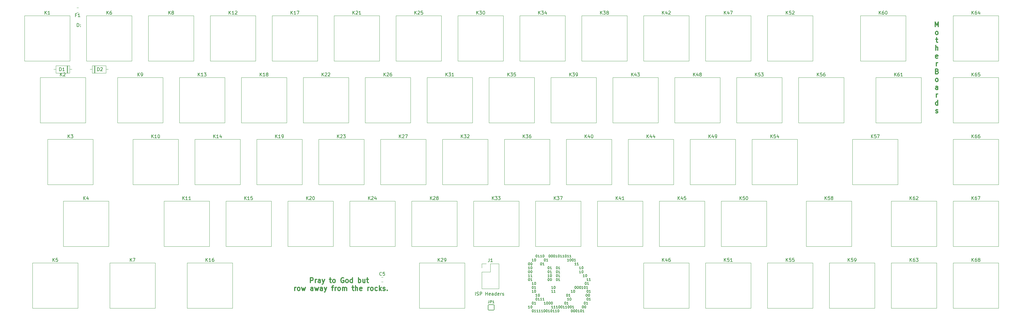
<source format=gbr>
%TF.GenerationSoftware,KiCad,Pcbnew,(6.0.2)*%
%TF.CreationDate,2022-06-02T21:34:10-05:00*%
%TF.ProjectId,65Percent,36355065-7263-4656-9e74-2e6b69636164,rev?*%
%TF.SameCoordinates,Original*%
%TF.FileFunction,Legend,Top*%
%TF.FilePolarity,Positive*%
%FSLAX46Y46*%
G04 Gerber Fmt 4.6, Leading zero omitted, Abs format (unit mm)*
G04 Created by KiCad (PCBNEW (6.0.2)) date 2022-06-02 21:34:10*
%MOMM*%
%LPD*%
G01*
G04 APERTURE LIST*
%ADD10C,0.150000*%
%ADD11C,0.187500*%
%ADD12C,0.300000*%
%ADD13C,0.120000*%
%ADD14C,0.200000*%
G04 APERTURE END LIST*
D10*
X95359600Y-110053380D02*
X95359600Y-109053380D01*
X95597695Y-109053380D01*
X95740552Y-109101000D01*
X95835790Y-109196238D01*
X95883409Y-109291476D01*
X95931028Y-109481952D01*
X95931028Y-109624809D01*
X95883409Y-109815285D01*
X95835790Y-109910523D01*
X95740552Y-110005761D01*
X95597695Y-110053380D01*
X95359600Y-110053380D01*
X96359600Y-109958142D02*
X96407219Y-110005761D01*
X96359600Y-110053380D01*
X96311980Y-110005761D01*
X96359600Y-109958142D01*
X96359600Y-110053380D01*
X96359600Y-109434333D02*
X96407219Y-109481952D01*
X96359600Y-109529571D01*
X96311980Y-109481952D01*
X96359600Y-109434333D01*
X96359600Y-109529571D01*
D11*
X236662589Y-180366785D02*
X236734017Y-180366785D01*
X236805446Y-180402500D01*
X236841160Y-180438214D01*
X236876875Y-180509642D01*
X236912589Y-180652500D01*
X236912589Y-180831071D01*
X236876875Y-180973928D01*
X236841160Y-181045357D01*
X236805446Y-181081071D01*
X236734017Y-181116785D01*
X236662589Y-181116785D01*
X236591160Y-181081071D01*
X236555446Y-181045357D01*
X236519732Y-180973928D01*
X236484017Y-180831071D01*
X236484017Y-180652500D01*
X236519732Y-180509642D01*
X236555446Y-180438214D01*
X236591160Y-180402500D01*
X236662589Y-180366785D01*
X237626875Y-181116785D02*
X237198303Y-181116785D01*
X237412589Y-181116785D02*
X237412589Y-180366785D01*
X237341160Y-180473928D01*
X237269732Y-180545357D01*
X237198303Y-180581071D01*
X238341160Y-181116785D02*
X237912589Y-181116785D01*
X238126875Y-181116785D02*
X238126875Y-180366785D01*
X238055446Y-180473928D01*
X237984017Y-180545357D01*
X237912589Y-180581071D01*
X238805446Y-180366785D02*
X238876875Y-180366785D01*
X238948303Y-180402500D01*
X238984017Y-180438214D01*
X239019732Y-180509642D01*
X239055446Y-180652500D01*
X239055446Y-180831071D01*
X239019732Y-180973928D01*
X238984017Y-181045357D01*
X238948303Y-181081071D01*
X238876875Y-181116785D01*
X238805446Y-181116785D01*
X238734017Y-181081071D01*
X238698303Y-181045357D01*
X238662589Y-180973928D01*
X238626875Y-180831071D01*
X238626875Y-180652500D01*
X238662589Y-180509642D01*
X238698303Y-180438214D01*
X238734017Y-180402500D01*
X238805446Y-180366785D01*
X240662589Y-180366785D02*
X240734017Y-180366785D01*
X240805446Y-180402500D01*
X240841160Y-180438214D01*
X240876875Y-180509642D01*
X240912589Y-180652500D01*
X240912589Y-180831071D01*
X240876875Y-180973928D01*
X240841160Y-181045357D01*
X240805446Y-181081071D01*
X240734017Y-181116785D01*
X240662589Y-181116785D01*
X240591160Y-181081071D01*
X240555446Y-181045357D01*
X240519732Y-180973928D01*
X240484017Y-180831071D01*
X240484017Y-180652500D01*
X240519732Y-180509642D01*
X240555446Y-180438214D01*
X240591160Y-180402500D01*
X240662589Y-180366785D01*
X241376875Y-180366785D02*
X241448303Y-180366785D01*
X241519732Y-180402500D01*
X241555446Y-180438214D01*
X241591160Y-180509642D01*
X241626875Y-180652500D01*
X241626875Y-180831071D01*
X241591160Y-180973928D01*
X241555446Y-181045357D01*
X241519732Y-181081071D01*
X241448303Y-181116785D01*
X241376875Y-181116785D01*
X241305446Y-181081071D01*
X241269732Y-181045357D01*
X241234017Y-180973928D01*
X241198303Y-180831071D01*
X241198303Y-180652500D01*
X241234017Y-180509642D01*
X241269732Y-180438214D01*
X241305446Y-180402500D01*
X241376875Y-180366785D01*
X242091160Y-180366785D02*
X242162589Y-180366785D01*
X242234017Y-180402500D01*
X242269732Y-180438214D01*
X242305446Y-180509642D01*
X242341160Y-180652500D01*
X242341160Y-180831071D01*
X242305446Y-180973928D01*
X242269732Y-181045357D01*
X242234017Y-181081071D01*
X242162589Y-181116785D01*
X242091160Y-181116785D01*
X242019732Y-181081071D01*
X241984017Y-181045357D01*
X241948303Y-180973928D01*
X241912589Y-180831071D01*
X241912589Y-180652500D01*
X241948303Y-180509642D01*
X241984017Y-180438214D01*
X242019732Y-180402500D01*
X242091160Y-180366785D01*
X243055446Y-181116785D02*
X242626875Y-181116785D01*
X242841160Y-181116785D02*
X242841160Y-180366785D01*
X242769732Y-180473928D01*
X242698303Y-180545357D01*
X242626875Y-180581071D01*
X243519732Y-180366785D02*
X243591160Y-180366785D01*
X243662589Y-180402500D01*
X243698303Y-180438214D01*
X243734017Y-180509642D01*
X243769732Y-180652500D01*
X243769732Y-180831071D01*
X243734017Y-180973928D01*
X243698303Y-181045357D01*
X243662589Y-181081071D01*
X243591160Y-181116785D01*
X243519732Y-181116785D01*
X243448303Y-181081071D01*
X243412589Y-181045357D01*
X243376875Y-180973928D01*
X243341160Y-180831071D01*
X243341160Y-180652500D01*
X243376875Y-180509642D01*
X243412589Y-180438214D01*
X243448303Y-180402500D01*
X243519732Y-180366785D01*
X244484017Y-181116785D02*
X244055446Y-181116785D01*
X244269732Y-181116785D02*
X244269732Y-180366785D01*
X244198303Y-180473928D01*
X244126875Y-180545357D01*
X244055446Y-180581071D01*
X245198303Y-181116785D02*
X244769732Y-181116785D01*
X244984017Y-181116785D02*
X244984017Y-180366785D01*
X244912589Y-180473928D01*
X244841160Y-180545357D01*
X244769732Y-180581071D01*
X245662589Y-180366785D02*
X245734017Y-180366785D01*
X245805446Y-180402500D01*
X245841160Y-180438214D01*
X245876875Y-180509642D01*
X245912589Y-180652500D01*
X245912589Y-180831071D01*
X245876875Y-180973928D01*
X245841160Y-181045357D01*
X245805446Y-181081071D01*
X245734017Y-181116785D01*
X245662589Y-181116785D01*
X245591160Y-181081071D01*
X245555446Y-181045357D01*
X245519732Y-180973928D01*
X245484017Y-180831071D01*
X245484017Y-180652500D01*
X245519732Y-180509642D01*
X245555446Y-180438214D01*
X245591160Y-180402500D01*
X245662589Y-180366785D01*
X246626875Y-181116785D02*
X246198303Y-181116785D01*
X246412589Y-181116785D02*
X246412589Y-180366785D01*
X246341160Y-180473928D01*
X246269732Y-180545357D01*
X246198303Y-180581071D01*
X247341160Y-181116785D02*
X246912589Y-181116785D01*
X247126875Y-181116785D02*
X247126875Y-180366785D01*
X247055446Y-180473928D01*
X246984017Y-180545357D01*
X246912589Y-180581071D01*
X235769732Y-182324285D02*
X235341160Y-182324285D01*
X235555446Y-182324285D02*
X235555446Y-181574285D01*
X235484017Y-181681428D01*
X235412589Y-181752857D01*
X235341160Y-181788571D01*
X236234017Y-181574285D02*
X236305446Y-181574285D01*
X236376875Y-181610000D01*
X236412589Y-181645714D01*
X236448303Y-181717142D01*
X236484017Y-181860000D01*
X236484017Y-182038571D01*
X236448303Y-182181428D01*
X236412589Y-182252857D01*
X236376875Y-182288571D01*
X236305446Y-182324285D01*
X236234017Y-182324285D01*
X236162589Y-182288571D01*
X236126875Y-182252857D01*
X236091160Y-182181428D01*
X236055446Y-182038571D01*
X236055446Y-181860000D01*
X236091160Y-181717142D01*
X236126875Y-181645714D01*
X236162589Y-181610000D01*
X236234017Y-181574285D01*
X239234017Y-181574285D02*
X239305446Y-181574285D01*
X239376875Y-181610000D01*
X239412589Y-181645714D01*
X239448303Y-181717142D01*
X239484017Y-181860000D01*
X239484017Y-182038571D01*
X239448303Y-182181428D01*
X239412589Y-182252857D01*
X239376875Y-182288571D01*
X239305446Y-182324285D01*
X239234017Y-182324285D01*
X239162589Y-182288571D01*
X239126875Y-182252857D01*
X239091160Y-182181428D01*
X239055446Y-182038571D01*
X239055446Y-181860000D01*
X239091160Y-181717142D01*
X239126875Y-181645714D01*
X239162589Y-181610000D01*
X239234017Y-181574285D01*
X240198303Y-182324285D02*
X239769732Y-182324285D01*
X239984017Y-182324285D02*
X239984017Y-181574285D01*
X239912589Y-181681428D01*
X239841160Y-181752857D01*
X239769732Y-181788571D01*
X246626875Y-182324285D02*
X246198303Y-182324285D01*
X246412589Y-182324285D02*
X246412589Y-181574285D01*
X246341160Y-181681428D01*
X246269732Y-181752857D01*
X246198303Y-181788571D01*
X247091160Y-181574285D02*
X247162589Y-181574285D01*
X247234017Y-181610000D01*
X247269732Y-181645714D01*
X247305446Y-181717142D01*
X247341160Y-181860000D01*
X247341160Y-182038571D01*
X247305446Y-182181428D01*
X247269732Y-182252857D01*
X247234017Y-182288571D01*
X247162589Y-182324285D01*
X247091160Y-182324285D01*
X247019732Y-182288571D01*
X246984017Y-182252857D01*
X246948303Y-182181428D01*
X246912589Y-182038571D01*
X246912589Y-181860000D01*
X246948303Y-181717142D01*
X246984017Y-181645714D01*
X247019732Y-181610000D01*
X247091160Y-181574285D01*
X247805446Y-181574285D02*
X247876875Y-181574285D01*
X247948303Y-181610000D01*
X247984017Y-181645714D01*
X248019732Y-181717142D01*
X248055446Y-181860000D01*
X248055446Y-182038571D01*
X248019732Y-182181428D01*
X247984017Y-182252857D01*
X247948303Y-182288571D01*
X247876875Y-182324285D01*
X247805446Y-182324285D01*
X247734017Y-182288571D01*
X247698303Y-182252857D01*
X247662589Y-182181428D01*
X247626875Y-182038571D01*
X247626875Y-181860000D01*
X247662589Y-181717142D01*
X247698303Y-181645714D01*
X247734017Y-181610000D01*
X247805446Y-181574285D01*
X248769732Y-182324285D02*
X248341160Y-182324285D01*
X248555446Y-182324285D02*
X248555446Y-181574285D01*
X248484017Y-181681428D01*
X248412589Y-181752857D01*
X248341160Y-181788571D01*
X234376875Y-182781785D02*
X234448303Y-182781785D01*
X234519732Y-182817500D01*
X234555446Y-182853214D01*
X234591160Y-182924642D01*
X234626875Y-183067500D01*
X234626875Y-183246071D01*
X234591160Y-183388928D01*
X234555446Y-183460357D01*
X234519732Y-183496071D01*
X234448303Y-183531785D01*
X234376875Y-183531785D01*
X234305446Y-183496071D01*
X234269732Y-183460357D01*
X234234017Y-183388928D01*
X234198303Y-183246071D01*
X234198303Y-183067500D01*
X234234017Y-182924642D01*
X234269732Y-182853214D01*
X234305446Y-182817500D01*
X234376875Y-182781785D01*
X235091160Y-182781785D02*
X235162589Y-182781785D01*
X235234017Y-182817500D01*
X235269732Y-182853214D01*
X235305446Y-182924642D01*
X235341160Y-183067500D01*
X235341160Y-183246071D01*
X235305446Y-183388928D01*
X235269732Y-183460357D01*
X235234017Y-183496071D01*
X235162589Y-183531785D01*
X235091160Y-183531785D01*
X235019732Y-183496071D01*
X234984017Y-183460357D01*
X234948303Y-183388928D01*
X234912589Y-183246071D01*
X234912589Y-183067500D01*
X234948303Y-182924642D01*
X234984017Y-182853214D01*
X235019732Y-182817500D01*
X235091160Y-182781785D01*
X238091160Y-182781785D02*
X238162589Y-182781785D01*
X238234017Y-182817500D01*
X238269732Y-182853214D01*
X238305446Y-182924642D01*
X238341160Y-183067500D01*
X238341160Y-183246071D01*
X238305446Y-183388928D01*
X238269732Y-183460357D01*
X238234017Y-183496071D01*
X238162589Y-183531785D01*
X238091160Y-183531785D01*
X238019732Y-183496071D01*
X237984017Y-183460357D01*
X237948303Y-183388928D01*
X237912589Y-183246071D01*
X237912589Y-183067500D01*
X237948303Y-182924642D01*
X237984017Y-182853214D01*
X238019732Y-182817500D01*
X238091160Y-182781785D01*
X239055446Y-183531785D02*
X238626875Y-183531785D01*
X238841160Y-183531785D02*
X238841160Y-182781785D01*
X238769732Y-182888928D01*
X238698303Y-182960357D01*
X238626875Y-182996071D01*
X248912589Y-183531785D02*
X248484017Y-183531785D01*
X248698303Y-183531785D02*
X248698303Y-182781785D01*
X248626875Y-182888928D01*
X248555446Y-182960357D01*
X248484017Y-182996071D01*
X249626875Y-183531785D02*
X249198303Y-183531785D01*
X249412589Y-183531785D02*
X249412589Y-182781785D01*
X249341160Y-182888928D01*
X249269732Y-182960357D01*
X249198303Y-182996071D01*
X234626875Y-184739285D02*
X234198303Y-184739285D01*
X234412589Y-184739285D02*
X234412589Y-183989285D01*
X234341160Y-184096428D01*
X234269732Y-184167857D01*
X234198303Y-184203571D01*
X235091160Y-183989285D02*
X235162589Y-183989285D01*
X235234017Y-184025000D01*
X235269732Y-184060714D01*
X235305446Y-184132142D01*
X235341160Y-184275000D01*
X235341160Y-184453571D01*
X235305446Y-184596428D01*
X235269732Y-184667857D01*
X235234017Y-184703571D01*
X235162589Y-184739285D01*
X235091160Y-184739285D01*
X235019732Y-184703571D01*
X234984017Y-184667857D01*
X234948303Y-184596428D01*
X234912589Y-184453571D01*
X234912589Y-184275000D01*
X234948303Y-184132142D01*
X234984017Y-184060714D01*
X235019732Y-184025000D01*
X235091160Y-183989285D01*
X240376875Y-183989285D02*
X240448303Y-183989285D01*
X240519732Y-184025000D01*
X240555446Y-184060714D01*
X240591160Y-184132142D01*
X240626875Y-184275000D01*
X240626875Y-184453571D01*
X240591160Y-184596428D01*
X240555446Y-184667857D01*
X240519732Y-184703571D01*
X240448303Y-184739285D01*
X240376875Y-184739285D01*
X240305446Y-184703571D01*
X240269732Y-184667857D01*
X240234017Y-184596428D01*
X240198303Y-184453571D01*
X240198303Y-184275000D01*
X240234017Y-184132142D01*
X240269732Y-184060714D01*
X240305446Y-184025000D01*
X240376875Y-183989285D01*
X241341160Y-184739285D02*
X240912589Y-184739285D01*
X241126875Y-184739285D02*
X241126875Y-183989285D01*
X241055446Y-184096428D01*
X240984017Y-184167857D01*
X240912589Y-184203571D01*
X242948303Y-183989285D02*
X243019732Y-183989285D01*
X243091160Y-184025000D01*
X243126875Y-184060714D01*
X243162589Y-184132142D01*
X243198303Y-184275000D01*
X243198303Y-184453571D01*
X243162589Y-184596428D01*
X243126875Y-184667857D01*
X243091160Y-184703571D01*
X243019732Y-184739285D01*
X242948303Y-184739285D01*
X242876875Y-184703571D01*
X242841160Y-184667857D01*
X242805446Y-184596428D01*
X242769732Y-184453571D01*
X242769732Y-184275000D01*
X242805446Y-184132142D01*
X242841160Y-184060714D01*
X242876875Y-184025000D01*
X242948303Y-183989285D01*
X243912589Y-184739285D02*
X243484017Y-184739285D01*
X243698303Y-184739285D02*
X243698303Y-183989285D01*
X243626875Y-184096428D01*
X243555446Y-184167857D01*
X243484017Y-184203571D01*
X250341160Y-184739285D02*
X249912589Y-184739285D01*
X250126875Y-184739285D02*
X250126875Y-183989285D01*
X250055446Y-184096428D01*
X249984017Y-184167857D01*
X249912589Y-184203571D01*
X250805446Y-183989285D02*
X250876875Y-183989285D01*
X250948303Y-184025000D01*
X250984017Y-184060714D01*
X251019732Y-184132142D01*
X251055446Y-184275000D01*
X251055446Y-184453571D01*
X251019732Y-184596428D01*
X250984017Y-184667857D01*
X250948303Y-184703571D01*
X250876875Y-184739285D01*
X250805446Y-184739285D01*
X250734017Y-184703571D01*
X250698303Y-184667857D01*
X250662589Y-184596428D01*
X250626875Y-184453571D01*
X250626875Y-184275000D01*
X250662589Y-184132142D01*
X250698303Y-184060714D01*
X250734017Y-184025000D01*
X250805446Y-183989285D01*
X234376875Y-185196785D02*
X234448303Y-185196785D01*
X234519732Y-185232500D01*
X234555446Y-185268214D01*
X234591160Y-185339642D01*
X234626875Y-185482500D01*
X234626875Y-185661071D01*
X234591160Y-185803928D01*
X234555446Y-185875357D01*
X234519732Y-185911071D01*
X234448303Y-185946785D01*
X234376875Y-185946785D01*
X234305446Y-185911071D01*
X234269732Y-185875357D01*
X234234017Y-185803928D01*
X234198303Y-185661071D01*
X234198303Y-185482500D01*
X234234017Y-185339642D01*
X234269732Y-185268214D01*
X234305446Y-185232500D01*
X234376875Y-185196785D01*
X235091160Y-185196785D02*
X235162589Y-185196785D01*
X235234017Y-185232500D01*
X235269732Y-185268214D01*
X235305446Y-185339642D01*
X235341160Y-185482500D01*
X235341160Y-185661071D01*
X235305446Y-185803928D01*
X235269732Y-185875357D01*
X235234017Y-185911071D01*
X235162589Y-185946785D01*
X235091160Y-185946785D01*
X235019732Y-185911071D01*
X234984017Y-185875357D01*
X234948303Y-185803928D01*
X234912589Y-185661071D01*
X234912589Y-185482500D01*
X234948303Y-185339642D01*
X234984017Y-185268214D01*
X235019732Y-185232500D01*
X235091160Y-185196785D01*
X240376875Y-185196785D02*
X240448303Y-185196785D01*
X240519732Y-185232500D01*
X240555446Y-185268214D01*
X240591160Y-185339642D01*
X240626875Y-185482500D01*
X240626875Y-185661071D01*
X240591160Y-185803928D01*
X240555446Y-185875357D01*
X240519732Y-185911071D01*
X240448303Y-185946785D01*
X240376875Y-185946785D01*
X240305446Y-185911071D01*
X240269732Y-185875357D01*
X240234017Y-185803928D01*
X240198303Y-185661071D01*
X240198303Y-185482500D01*
X240234017Y-185339642D01*
X240269732Y-185268214D01*
X240305446Y-185232500D01*
X240376875Y-185196785D01*
X241341160Y-185946785D02*
X240912589Y-185946785D01*
X241126875Y-185946785D02*
X241126875Y-185196785D01*
X241055446Y-185303928D01*
X240984017Y-185375357D01*
X240912589Y-185411071D01*
X242948303Y-185196785D02*
X243019732Y-185196785D01*
X243091160Y-185232500D01*
X243126875Y-185268214D01*
X243162589Y-185339642D01*
X243198303Y-185482500D01*
X243198303Y-185661071D01*
X243162589Y-185803928D01*
X243126875Y-185875357D01*
X243091160Y-185911071D01*
X243019732Y-185946785D01*
X242948303Y-185946785D01*
X242876875Y-185911071D01*
X242841160Y-185875357D01*
X242805446Y-185803928D01*
X242769732Y-185661071D01*
X242769732Y-185482500D01*
X242805446Y-185339642D01*
X242841160Y-185268214D01*
X242876875Y-185232500D01*
X242948303Y-185196785D01*
X243912589Y-185946785D02*
X243484017Y-185946785D01*
X243698303Y-185946785D02*
X243698303Y-185196785D01*
X243626875Y-185303928D01*
X243555446Y-185375357D01*
X243484017Y-185411071D01*
X250341160Y-185946785D02*
X249912589Y-185946785D01*
X250126875Y-185946785D02*
X250126875Y-185196785D01*
X250055446Y-185303928D01*
X249984017Y-185375357D01*
X249912589Y-185411071D01*
X250805446Y-185196785D02*
X250876875Y-185196785D01*
X250948303Y-185232500D01*
X250984017Y-185268214D01*
X251019732Y-185339642D01*
X251055446Y-185482500D01*
X251055446Y-185661071D01*
X251019732Y-185803928D01*
X250984017Y-185875357D01*
X250948303Y-185911071D01*
X250876875Y-185946785D01*
X250805446Y-185946785D01*
X250734017Y-185911071D01*
X250698303Y-185875357D01*
X250662589Y-185803928D01*
X250626875Y-185661071D01*
X250626875Y-185482500D01*
X250662589Y-185339642D01*
X250698303Y-185268214D01*
X250734017Y-185232500D01*
X250805446Y-185196785D01*
X234626875Y-187154285D02*
X234198303Y-187154285D01*
X234412589Y-187154285D02*
X234412589Y-186404285D01*
X234341160Y-186511428D01*
X234269732Y-186582857D01*
X234198303Y-186618571D01*
X235341160Y-187154285D02*
X234912589Y-187154285D01*
X235126875Y-187154285D02*
X235126875Y-186404285D01*
X235055446Y-186511428D01*
X234984017Y-186582857D01*
X234912589Y-186618571D01*
X240626875Y-187154285D02*
X240198303Y-187154285D01*
X240412589Y-187154285D02*
X240412589Y-186404285D01*
X240341160Y-186511428D01*
X240269732Y-186582857D01*
X240198303Y-186618571D01*
X241091160Y-186404285D02*
X241162589Y-186404285D01*
X241234017Y-186440000D01*
X241269732Y-186475714D01*
X241305446Y-186547142D01*
X241341160Y-186690000D01*
X241341160Y-186868571D01*
X241305446Y-187011428D01*
X241269732Y-187082857D01*
X241234017Y-187118571D01*
X241162589Y-187154285D01*
X241091160Y-187154285D01*
X241019732Y-187118571D01*
X240984017Y-187082857D01*
X240948303Y-187011428D01*
X240912589Y-186868571D01*
X240912589Y-186690000D01*
X240948303Y-186547142D01*
X240984017Y-186475714D01*
X241019732Y-186440000D01*
X241091160Y-186404285D01*
X242948303Y-186404285D02*
X243019732Y-186404285D01*
X243091160Y-186440000D01*
X243126875Y-186475714D01*
X243162589Y-186547142D01*
X243198303Y-186690000D01*
X243198303Y-186868571D01*
X243162589Y-187011428D01*
X243126875Y-187082857D01*
X243091160Y-187118571D01*
X243019732Y-187154285D01*
X242948303Y-187154285D01*
X242876875Y-187118571D01*
X242841160Y-187082857D01*
X242805446Y-187011428D01*
X242769732Y-186868571D01*
X242769732Y-186690000D01*
X242805446Y-186547142D01*
X242841160Y-186475714D01*
X242876875Y-186440000D01*
X242948303Y-186404285D01*
X243912589Y-187154285D02*
X243484017Y-187154285D01*
X243698303Y-187154285D02*
X243698303Y-186404285D01*
X243626875Y-186511428D01*
X243555446Y-186582857D01*
X243484017Y-186618571D01*
X251484017Y-187154285D02*
X251055446Y-187154285D01*
X251269732Y-187154285D02*
X251269732Y-186404285D01*
X251198303Y-186511428D01*
X251126875Y-186582857D01*
X251055446Y-186618571D01*
X251948303Y-186404285D02*
X252019732Y-186404285D01*
X252091160Y-186440000D01*
X252126875Y-186475714D01*
X252162589Y-186547142D01*
X252198303Y-186690000D01*
X252198303Y-186868571D01*
X252162589Y-187011428D01*
X252126875Y-187082857D01*
X252091160Y-187118571D01*
X252019732Y-187154285D01*
X251948303Y-187154285D01*
X251876875Y-187118571D01*
X251841160Y-187082857D01*
X251805446Y-187011428D01*
X251769732Y-186868571D01*
X251769732Y-186690000D01*
X251805446Y-186547142D01*
X251841160Y-186475714D01*
X251876875Y-186440000D01*
X251948303Y-186404285D01*
X234376875Y-187611785D02*
X234448303Y-187611785D01*
X234519732Y-187647500D01*
X234555446Y-187683214D01*
X234591160Y-187754642D01*
X234626875Y-187897500D01*
X234626875Y-188076071D01*
X234591160Y-188218928D01*
X234555446Y-188290357D01*
X234519732Y-188326071D01*
X234448303Y-188361785D01*
X234376875Y-188361785D01*
X234305446Y-188326071D01*
X234269732Y-188290357D01*
X234234017Y-188218928D01*
X234198303Y-188076071D01*
X234198303Y-187897500D01*
X234234017Y-187754642D01*
X234269732Y-187683214D01*
X234305446Y-187647500D01*
X234376875Y-187611785D01*
X235341160Y-188361785D02*
X234912589Y-188361785D01*
X235126875Y-188361785D02*
X235126875Y-187611785D01*
X235055446Y-187718928D01*
X234984017Y-187790357D01*
X234912589Y-187826071D01*
X240376875Y-187611785D02*
X240448303Y-187611785D01*
X240519732Y-187647500D01*
X240555446Y-187683214D01*
X240591160Y-187754642D01*
X240626875Y-187897500D01*
X240626875Y-188076071D01*
X240591160Y-188218928D01*
X240555446Y-188290357D01*
X240519732Y-188326071D01*
X240448303Y-188361785D01*
X240376875Y-188361785D01*
X240305446Y-188326071D01*
X240269732Y-188290357D01*
X240234017Y-188218928D01*
X240198303Y-188076071D01*
X240198303Y-187897500D01*
X240234017Y-187754642D01*
X240269732Y-187683214D01*
X240305446Y-187647500D01*
X240376875Y-187611785D01*
X241091160Y-187611785D02*
X241162589Y-187611785D01*
X241234017Y-187647500D01*
X241269732Y-187683214D01*
X241305446Y-187754642D01*
X241341160Y-187897500D01*
X241341160Y-188076071D01*
X241305446Y-188218928D01*
X241269732Y-188290357D01*
X241234017Y-188326071D01*
X241162589Y-188361785D01*
X241091160Y-188361785D01*
X241019732Y-188326071D01*
X240984017Y-188290357D01*
X240948303Y-188218928D01*
X240912589Y-188076071D01*
X240912589Y-187897500D01*
X240948303Y-187754642D01*
X240984017Y-187683214D01*
X241019732Y-187647500D01*
X241091160Y-187611785D01*
X242948303Y-187611785D02*
X243019732Y-187611785D01*
X243091160Y-187647500D01*
X243126875Y-187683214D01*
X243162589Y-187754642D01*
X243198303Y-187897500D01*
X243198303Y-188076071D01*
X243162589Y-188218928D01*
X243126875Y-188290357D01*
X243091160Y-188326071D01*
X243019732Y-188361785D01*
X242948303Y-188361785D01*
X242876875Y-188326071D01*
X242841160Y-188290357D01*
X242805446Y-188218928D01*
X242769732Y-188076071D01*
X242769732Y-187897500D01*
X242805446Y-187754642D01*
X242841160Y-187683214D01*
X242876875Y-187647500D01*
X242948303Y-187611785D01*
X243912589Y-188361785D02*
X243484017Y-188361785D01*
X243698303Y-188361785D02*
X243698303Y-187611785D01*
X243626875Y-187718928D01*
X243555446Y-187790357D01*
X243484017Y-187826071D01*
X252626875Y-188361785D02*
X252198303Y-188361785D01*
X252412589Y-188361785D02*
X252412589Y-187611785D01*
X252341160Y-187718928D01*
X252269732Y-187790357D01*
X252198303Y-187826071D01*
X253341160Y-188361785D02*
X252912589Y-188361785D01*
X253126875Y-188361785D02*
X253126875Y-187611785D01*
X253055446Y-187718928D01*
X252984017Y-187790357D01*
X252912589Y-187826071D01*
X235769732Y-189569285D02*
X235341160Y-189569285D01*
X235555446Y-189569285D02*
X235555446Y-188819285D01*
X235484017Y-188926428D01*
X235412589Y-188997857D01*
X235341160Y-189033571D01*
X236234017Y-188819285D02*
X236305446Y-188819285D01*
X236376875Y-188855000D01*
X236412589Y-188890714D01*
X236448303Y-188962142D01*
X236484017Y-189105000D01*
X236484017Y-189283571D01*
X236448303Y-189426428D01*
X236412589Y-189497857D01*
X236376875Y-189533571D01*
X236305446Y-189569285D01*
X236234017Y-189569285D01*
X236162589Y-189533571D01*
X236126875Y-189497857D01*
X236091160Y-189426428D01*
X236055446Y-189283571D01*
X236055446Y-189105000D01*
X236091160Y-188962142D01*
X236126875Y-188890714D01*
X236162589Y-188855000D01*
X236234017Y-188819285D01*
X251805446Y-188819285D02*
X251876875Y-188819285D01*
X251948303Y-188855000D01*
X251984017Y-188890714D01*
X252019732Y-188962142D01*
X252055446Y-189105000D01*
X252055446Y-189283571D01*
X252019732Y-189426428D01*
X251984017Y-189497857D01*
X251948303Y-189533571D01*
X251876875Y-189569285D01*
X251805446Y-189569285D01*
X251734017Y-189533571D01*
X251698303Y-189497857D01*
X251662589Y-189426428D01*
X251626875Y-189283571D01*
X251626875Y-189105000D01*
X251662589Y-188962142D01*
X251698303Y-188890714D01*
X251734017Y-188855000D01*
X251805446Y-188819285D01*
X252769732Y-189569285D02*
X252341160Y-189569285D01*
X252555446Y-189569285D02*
X252555446Y-188819285D01*
X252484017Y-188926428D01*
X252412589Y-188997857D01*
X252341160Y-189033571D01*
X235519732Y-190026785D02*
X235591160Y-190026785D01*
X235662589Y-190062500D01*
X235698303Y-190098214D01*
X235734017Y-190169642D01*
X235769732Y-190312500D01*
X235769732Y-190491071D01*
X235734017Y-190633928D01*
X235698303Y-190705357D01*
X235662589Y-190741071D01*
X235591160Y-190776785D01*
X235519732Y-190776785D01*
X235448303Y-190741071D01*
X235412589Y-190705357D01*
X235376875Y-190633928D01*
X235341160Y-190491071D01*
X235341160Y-190312500D01*
X235376875Y-190169642D01*
X235412589Y-190098214D01*
X235448303Y-190062500D01*
X235519732Y-190026785D01*
X236484017Y-190776785D02*
X236055446Y-190776785D01*
X236269732Y-190776785D02*
X236269732Y-190026785D01*
X236198303Y-190133928D01*
X236126875Y-190205357D01*
X236055446Y-190241071D01*
X241769732Y-190776785D02*
X241341160Y-190776785D01*
X241555446Y-190776785D02*
X241555446Y-190026785D01*
X241484017Y-190133928D01*
X241412589Y-190205357D01*
X241341160Y-190241071D01*
X242234017Y-190026785D02*
X242305446Y-190026785D01*
X242376875Y-190062500D01*
X242412589Y-190098214D01*
X242448303Y-190169642D01*
X242484017Y-190312500D01*
X242484017Y-190491071D01*
X242448303Y-190633928D01*
X242412589Y-190705357D01*
X242376875Y-190741071D01*
X242305446Y-190776785D01*
X242234017Y-190776785D01*
X242162589Y-190741071D01*
X242126875Y-190705357D01*
X242091160Y-190633928D01*
X242055446Y-190491071D01*
X242055446Y-190312500D01*
X242091160Y-190169642D01*
X242126875Y-190098214D01*
X242162589Y-190062500D01*
X242234017Y-190026785D01*
X248662589Y-190026785D02*
X248734017Y-190026785D01*
X248805446Y-190062500D01*
X248841160Y-190098214D01*
X248876875Y-190169642D01*
X248912589Y-190312500D01*
X248912589Y-190491071D01*
X248876875Y-190633928D01*
X248841160Y-190705357D01*
X248805446Y-190741071D01*
X248734017Y-190776785D01*
X248662589Y-190776785D01*
X248591160Y-190741071D01*
X248555446Y-190705357D01*
X248519732Y-190633928D01*
X248484017Y-190491071D01*
X248484017Y-190312500D01*
X248519732Y-190169642D01*
X248555446Y-190098214D01*
X248591160Y-190062500D01*
X248662589Y-190026785D01*
X249376875Y-190026785D02*
X249448303Y-190026785D01*
X249519732Y-190062500D01*
X249555446Y-190098214D01*
X249591160Y-190169642D01*
X249626875Y-190312500D01*
X249626875Y-190491071D01*
X249591160Y-190633928D01*
X249555446Y-190705357D01*
X249519732Y-190741071D01*
X249448303Y-190776785D01*
X249376875Y-190776785D01*
X249305446Y-190741071D01*
X249269732Y-190705357D01*
X249234017Y-190633928D01*
X249198303Y-190491071D01*
X249198303Y-190312500D01*
X249234017Y-190169642D01*
X249269732Y-190098214D01*
X249305446Y-190062500D01*
X249376875Y-190026785D01*
X250091160Y-190026785D02*
X250162589Y-190026785D01*
X250234017Y-190062500D01*
X250269732Y-190098214D01*
X250305446Y-190169642D01*
X250341160Y-190312500D01*
X250341160Y-190491071D01*
X250305446Y-190633928D01*
X250269732Y-190705357D01*
X250234017Y-190741071D01*
X250162589Y-190776785D01*
X250091160Y-190776785D01*
X250019732Y-190741071D01*
X249984017Y-190705357D01*
X249948303Y-190633928D01*
X249912589Y-190491071D01*
X249912589Y-190312500D01*
X249948303Y-190169642D01*
X249984017Y-190098214D01*
X250019732Y-190062500D01*
X250091160Y-190026785D01*
X251055446Y-190776785D02*
X250626875Y-190776785D01*
X250841160Y-190776785D02*
X250841160Y-190026785D01*
X250769732Y-190133928D01*
X250698303Y-190205357D01*
X250626875Y-190241071D01*
X251519732Y-190026785D02*
X251591160Y-190026785D01*
X251662589Y-190062500D01*
X251698303Y-190098214D01*
X251734017Y-190169642D01*
X251769732Y-190312500D01*
X251769732Y-190491071D01*
X251734017Y-190633928D01*
X251698303Y-190705357D01*
X251662589Y-190741071D01*
X251591160Y-190776785D01*
X251519732Y-190776785D01*
X251448303Y-190741071D01*
X251412589Y-190705357D01*
X251376875Y-190633928D01*
X251341160Y-190491071D01*
X251341160Y-190312500D01*
X251376875Y-190169642D01*
X251412589Y-190098214D01*
X251448303Y-190062500D01*
X251519732Y-190026785D01*
X252484017Y-190776785D02*
X252055446Y-190776785D01*
X252269732Y-190776785D02*
X252269732Y-190026785D01*
X252198303Y-190133928D01*
X252126874Y-190205357D01*
X252055446Y-190241071D01*
X235769732Y-191984285D02*
X235341160Y-191984285D01*
X235555446Y-191984285D02*
X235555446Y-191234285D01*
X235484017Y-191341428D01*
X235412589Y-191412857D01*
X235341160Y-191448571D01*
X236234017Y-191234285D02*
X236305446Y-191234285D01*
X236376875Y-191270000D01*
X236412589Y-191305714D01*
X236448303Y-191377142D01*
X236484017Y-191520000D01*
X236484017Y-191698571D01*
X236448303Y-191841428D01*
X236412589Y-191912857D01*
X236376875Y-191948571D01*
X236305446Y-191984285D01*
X236234017Y-191984285D01*
X236162589Y-191948571D01*
X236126875Y-191912857D01*
X236091160Y-191841428D01*
X236055446Y-191698571D01*
X236055446Y-191520000D01*
X236091160Y-191377142D01*
X236126875Y-191305714D01*
X236162589Y-191270000D01*
X236234017Y-191234285D01*
X241769732Y-191984285D02*
X241341160Y-191984285D01*
X241555446Y-191984285D02*
X241555446Y-191234285D01*
X241484017Y-191341428D01*
X241412589Y-191412857D01*
X241341160Y-191448571D01*
X242484017Y-191984285D02*
X242055446Y-191984285D01*
X242269732Y-191984285D02*
X242269732Y-191234285D01*
X242198303Y-191341428D01*
X242126875Y-191412857D01*
X242055446Y-191448571D01*
X247769732Y-191984285D02*
X247341160Y-191984285D01*
X247555446Y-191984285D02*
X247555446Y-191234285D01*
X247484017Y-191341428D01*
X247412589Y-191412857D01*
X247341160Y-191448571D01*
X248234017Y-191234285D02*
X248305446Y-191234285D01*
X248376875Y-191270000D01*
X248412589Y-191305714D01*
X248448303Y-191377142D01*
X248484017Y-191520000D01*
X248484017Y-191698571D01*
X248448303Y-191841428D01*
X248412589Y-191912857D01*
X248376875Y-191948571D01*
X248305446Y-191984285D01*
X248234017Y-191984285D01*
X248162589Y-191948571D01*
X248126875Y-191912857D01*
X248091160Y-191841428D01*
X248055446Y-191698571D01*
X248055446Y-191520000D01*
X248091160Y-191377142D01*
X248126875Y-191305714D01*
X248162589Y-191270000D01*
X248234017Y-191234285D01*
X252376875Y-191234285D02*
X252448303Y-191234285D01*
X252519732Y-191270000D01*
X252555446Y-191305714D01*
X252591160Y-191377142D01*
X252626875Y-191520000D01*
X252626875Y-191698571D01*
X252591160Y-191841428D01*
X252555446Y-191912857D01*
X252519732Y-191948571D01*
X252448303Y-191984285D01*
X252376875Y-191984285D01*
X252305446Y-191948571D01*
X252269732Y-191912857D01*
X252234017Y-191841428D01*
X252198303Y-191698571D01*
X252198303Y-191520000D01*
X252234017Y-191377142D01*
X252269732Y-191305714D01*
X252305446Y-191270000D01*
X252376875Y-191234285D01*
X253341160Y-191984285D02*
X252912589Y-191984285D01*
X253126875Y-191984285D02*
X253126875Y-191234285D01*
X253055446Y-191341428D01*
X252984017Y-191412857D01*
X252912589Y-191448571D01*
X236912589Y-193191785D02*
X236484017Y-193191785D01*
X236698303Y-193191785D02*
X236698303Y-192441785D01*
X236626875Y-192548928D01*
X236555446Y-192620357D01*
X236484017Y-192656071D01*
X237376875Y-192441785D02*
X237448303Y-192441785D01*
X237519732Y-192477500D01*
X237555446Y-192513214D01*
X237591160Y-192584642D01*
X237626875Y-192727500D01*
X237626875Y-192906071D01*
X237591160Y-193048928D01*
X237555446Y-193120357D01*
X237519732Y-193156071D01*
X237448303Y-193191785D01*
X237376875Y-193191785D01*
X237305446Y-193156071D01*
X237269732Y-193120357D01*
X237234017Y-193048928D01*
X237198303Y-192906071D01*
X237198303Y-192727500D01*
X237234017Y-192584642D01*
X237269732Y-192513214D01*
X237305446Y-192477500D01*
X237376875Y-192441785D01*
X246091160Y-192441785D02*
X246162589Y-192441785D01*
X246234017Y-192477500D01*
X246269732Y-192513214D01*
X246305446Y-192584642D01*
X246341160Y-192727500D01*
X246341160Y-192906071D01*
X246305446Y-193048928D01*
X246269732Y-193120357D01*
X246234017Y-193156071D01*
X246162589Y-193191785D01*
X246091160Y-193191785D01*
X246019732Y-193156071D01*
X245984017Y-193120357D01*
X245948303Y-193048928D01*
X245912589Y-192906071D01*
X245912589Y-192727500D01*
X245948303Y-192584642D01*
X245984017Y-192513214D01*
X246019732Y-192477500D01*
X246091160Y-192441785D01*
X247055446Y-193191785D02*
X246626875Y-193191785D01*
X246841160Y-193191785D02*
X246841160Y-192441785D01*
X246769732Y-192548928D01*
X246698303Y-192620357D01*
X246626875Y-192656071D01*
X252091160Y-192441785D02*
X252162589Y-192441785D01*
X252234017Y-192477500D01*
X252269732Y-192513214D01*
X252305446Y-192584642D01*
X252341160Y-192727500D01*
X252341160Y-192906071D01*
X252305446Y-193048928D01*
X252269732Y-193120357D01*
X252234017Y-193156071D01*
X252162589Y-193191785D01*
X252091160Y-193191785D01*
X252019732Y-193156071D01*
X251984017Y-193120357D01*
X251948303Y-193048928D01*
X251912589Y-192906071D01*
X251912589Y-192727500D01*
X251948303Y-192584642D01*
X251984017Y-192513214D01*
X252019732Y-192477500D01*
X252091160Y-192441785D01*
X252805446Y-192441785D02*
X252876875Y-192441785D01*
X252948303Y-192477500D01*
X252984017Y-192513214D01*
X253019732Y-192584642D01*
X253055446Y-192727500D01*
X253055446Y-192906071D01*
X253019732Y-193048928D01*
X252984017Y-193120357D01*
X252948303Y-193156071D01*
X252876875Y-193191785D01*
X252805446Y-193191785D01*
X252734017Y-193156071D01*
X252698303Y-193120357D01*
X252662589Y-193048928D01*
X252626875Y-192906071D01*
X252626875Y-192727500D01*
X252662589Y-192584642D01*
X252698303Y-192513214D01*
X252734017Y-192477500D01*
X252805446Y-192441785D01*
X236662589Y-193649285D02*
X236734017Y-193649285D01*
X236805446Y-193685000D01*
X236841160Y-193720714D01*
X236876875Y-193792142D01*
X236912589Y-193935000D01*
X236912589Y-194113571D01*
X236876875Y-194256428D01*
X236841160Y-194327857D01*
X236805446Y-194363571D01*
X236734017Y-194399285D01*
X236662589Y-194399285D01*
X236591160Y-194363571D01*
X236555446Y-194327857D01*
X236519732Y-194256428D01*
X236484017Y-194113571D01*
X236484017Y-193935000D01*
X236519732Y-193792142D01*
X236555446Y-193720714D01*
X236591160Y-193685000D01*
X236662589Y-193649285D01*
X237626875Y-194399285D02*
X237198303Y-194399285D01*
X237412589Y-194399285D02*
X237412589Y-193649285D01*
X237341160Y-193756428D01*
X237269732Y-193827857D01*
X237198303Y-193863571D01*
X238341160Y-194399285D02*
X237912589Y-194399285D01*
X238126875Y-194399285D02*
X238126875Y-193649285D01*
X238055446Y-193756428D01*
X237984017Y-193827857D01*
X237912589Y-193863571D01*
X239055446Y-194399285D02*
X238626875Y-194399285D01*
X238841160Y-194399285D02*
X238841160Y-193649285D01*
X238769732Y-193756428D01*
X238698303Y-193827857D01*
X238626875Y-193863571D01*
X246626875Y-194399285D02*
X246198303Y-194399285D01*
X246412589Y-194399285D02*
X246412589Y-193649285D01*
X246341160Y-193756428D01*
X246269732Y-193827857D01*
X246198303Y-193863571D01*
X247091160Y-193649285D02*
X247162589Y-193649285D01*
X247234017Y-193685000D01*
X247269732Y-193720714D01*
X247305446Y-193792142D01*
X247341160Y-193935000D01*
X247341160Y-194113571D01*
X247305446Y-194256428D01*
X247269732Y-194327857D01*
X247234017Y-194363571D01*
X247162589Y-194399285D01*
X247091160Y-194399285D01*
X247019732Y-194363571D01*
X246984017Y-194327857D01*
X246948303Y-194256428D01*
X246912589Y-194113571D01*
X246912589Y-193935000D01*
X246948303Y-193792142D01*
X246984017Y-193720714D01*
X247019732Y-193685000D01*
X247091160Y-193649285D01*
X252376875Y-193649285D02*
X252448303Y-193649285D01*
X252519732Y-193685000D01*
X252555446Y-193720714D01*
X252591160Y-193792142D01*
X252626875Y-193935000D01*
X252626875Y-194113571D01*
X252591160Y-194256428D01*
X252555446Y-194327857D01*
X252519732Y-194363571D01*
X252448303Y-194399285D01*
X252376875Y-194399285D01*
X252305446Y-194363571D01*
X252269732Y-194327857D01*
X252234017Y-194256428D01*
X252198303Y-194113571D01*
X252198303Y-193935000D01*
X252234017Y-193792142D01*
X252269732Y-193720714D01*
X252305446Y-193685000D01*
X252376875Y-193649285D01*
X253341160Y-194399285D02*
X252912589Y-194399285D01*
X253126875Y-194399285D02*
X253126875Y-193649285D01*
X253055446Y-193756428D01*
X252984017Y-193827857D01*
X252912589Y-193863571D01*
X235519732Y-194856785D02*
X235591160Y-194856785D01*
X235662589Y-194892500D01*
X235698303Y-194928214D01*
X235734017Y-194999642D01*
X235769732Y-195142500D01*
X235769732Y-195321071D01*
X235734017Y-195463928D01*
X235698303Y-195535357D01*
X235662589Y-195571071D01*
X235591160Y-195606785D01*
X235519732Y-195606785D01*
X235448303Y-195571071D01*
X235412589Y-195535357D01*
X235376875Y-195463928D01*
X235341160Y-195321071D01*
X235341160Y-195142500D01*
X235376875Y-194999642D01*
X235412589Y-194928214D01*
X235448303Y-194892500D01*
X235519732Y-194856785D01*
X236484017Y-195606785D02*
X236055446Y-195606785D01*
X236269732Y-195606785D02*
X236269732Y-194856785D01*
X236198303Y-194963928D01*
X236126875Y-195035357D01*
X236055446Y-195071071D01*
X239484017Y-195606785D02*
X239055446Y-195606785D01*
X239269732Y-195606785D02*
X239269732Y-194856785D01*
X239198303Y-194963928D01*
X239126875Y-195035357D01*
X239055446Y-195071071D01*
X239948303Y-194856785D02*
X240019732Y-194856785D01*
X240091160Y-194892500D01*
X240126875Y-194928214D01*
X240162589Y-194999642D01*
X240198303Y-195142500D01*
X240198303Y-195321071D01*
X240162589Y-195463928D01*
X240126875Y-195535357D01*
X240091160Y-195571071D01*
X240019732Y-195606785D01*
X239948303Y-195606785D01*
X239876875Y-195571071D01*
X239841160Y-195535357D01*
X239805446Y-195463928D01*
X239769732Y-195321071D01*
X239769732Y-195142500D01*
X239805446Y-194999642D01*
X239841160Y-194928214D01*
X239876875Y-194892500D01*
X239948303Y-194856785D01*
X240662589Y-194856785D02*
X240734017Y-194856785D01*
X240805446Y-194892500D01*
X240841160Y-194928214D01*
X240876875Y-194999642D01*
X240912589Y-195142500D01*
X240912589Y-195321071D01*
X240876875Y-195463928D01*
X240841160Y-195535357D01*
X240805446Y-195571071D01*
X240734017Y-195606785D01*
X240662589Y-195606785D01*
X240591160Y-195571071D01*
X240555446Y-195535357D01*
X240519732Y-195463928D01*
X240484017Y-195321071D01*
X240484017Y-195142500D01*
X240519732Y-194999642D01*
X240555446Y-194928214D01*
X240591160Y-194892500D01*
X240662589Y-194856785D01*
X241376875Y-194856785D02*
X241448303Y-194856785D01*
X241519732Y-194892500D01*
X241555446Y-194928214D01*
X241591160Y-194999642D01*
X241626875Y-195142500D01*
X241626875Y-195321071D01*
X241591160Y-195463928D01*
X241555446Y-195535357D01*
X241519732Y-195571071D01*
X241448303Y-195606785D01*
X241376875Y-195606785D01*
X241305446Y-195571071D01*
X241269732Y-195535357D01*
X241234017Y-195463928D01*
X241198303Y-195321071D01*
X241198303Y-195142500D01*
X241234017Y-194999642D01*
X241269732Y-194928214D01*
X241305446Y-194892500D01*
X241376875Y-194856785D01*
X245519732Y-194856785D02*
X245591160Y-194856785D01*
X245662589Y-194892500D01*
X245698303Y-194928214D01*
X245734017Y-194999642D01*
X245769732Y-195142500D01*
X245769732Y-195321071D01*
X245734017Y-195463928D01*
X245698303Y-195535357D01*
X245662589Y-195571071D01*
X245591160Y-195606785D01*
X245519732Y-195606785D01*
X245448303Y-195571071D01*
X245412589Y-195535357D01*
X245376875Y-195463928D01*
X245341160Y-195321071D01*
X245341160Y-195142500D01*
X245376875Y-194999642D01*
X245412589Y-194928214D01*
X245448303Y-194892500D01*
X245519732Y-194856785D01*
X246484017Y-195606785D02*
X246055446Y-195606785D01*
X246269732Y-195606785D02*
X246269732Y-194856785D01*
X246198303Y-194963928D01*
X246126875Y-195035357D01*
X246055446Y-195071071D01*
X251519732Y-194856785D02*
X251591160Y-194856785D01*
X251662589Y-194892500D01*
X251698303Y-194928214D01*
X251734017Y-194999642D01*
X251769732Y-195142500D01*
X251769732Y-195321071D01*
X251734017Y-195463928D01*
X251698303Y-195535357D01*
X251662589Y-195571071D01*
X251591160Y-195606785D01*
X251519732Y-195606785D01*
X251448303Y-195571071D01*
X251412589Y-195535357D01*
X251376875Y-195463928D01*
X251341160Y-195321071D01*
X251341160Y-195142500D01*
X251376875Y-194999642D01*
X251412589Y-194928214D01*
X251448303Y-194892500D01*
X251519732Y-194856785D01*
X252484017Y-195606785D02*
X252055446Y-195606785D01*
X252269732Y-195606785D02*
X252269732Y-194856785D01*
X252198303Y-194963928D01*
X252126875Y-195035357D01*
X252055446Y-195071071D01*
X234626875Y-196814285D02*
X234198303Y-196814285D01*
X234412589Y-196814285D02*
X234412589Y-196064285D01*
X234341160Y-196171428D01*
X234269732Y-196242857D01*
X234198303Y-196278571D01*
X235091160Y-196064285D02*
X235162589Y-196064285D01*
X235234017Y-196100000D01*
X235269732Y-196135714D01*
X235305446Y-196207142D01*
X235341160Y-196350000D01*
X235341160Y-196528571D01*
X235305446Y-196671428D01*
X235269732Y-196742857D01*
X235234017Y-196778571D01*
X235162589Y-196814285D01*
X235091160Y-196814285D01*
X235019732Y-196778571D01*
X234984017Y-196742857D01*
X234948303Y-196671428D01*
X234912589Y-196528571D01*
X234912589Y-196350000D01*
X234948303Y-196207142D01*
X234984017Y-196135714D01*
X235019732Y-196100000D01*
X235091160Y-196064285D01*
X241769732Y-196814285D02*
X241341160Y-196814285D01*
X241555446Y-196814285D02*
X241555446Y-196064285D01*
X241484017Y-196171428D01*
X241412589Y-196242857D01*
X241341160Y-196278571D01*
X242484017Y-196814285D02*
X242055446Y-196814285D01*
X242269732Y-196814285D02*
X242269732Y-196064285D01*
X242198303Y-196171428D01*
X242126875Y-196242857D01*
X242055446Y-196278571D01*
X243198303Y-196814285D02*
X242769732Y-196814285D01*
X242984017Y-196814285D02*
X242984017Y-196064285D01*
X242912589Y-196171428D01*
X242841160Y-196242857D01*
X242769732Y-196278571D01*
X243662589Y-196064285D02*
X243734017Y-196064285D01*
X243805446Y-196100000D01*
X243841160Y-196135714D01*
X243876875Y-196207142D01*
X243912589Y-196350000D01*
X243912589Y-196528571D01*
X243876875Y-196671428D01*
X243841160Y-196742857D01*
X243805446Y-196778571D01*
X243734017Y-196814285D01*
X243662589Y-196814285D01*
X243591160Y-196778571D01*
X243555446Y-196742857D01*
X243519732Y-196671428D01*
X243484017Y-196528571D01*
X243484017Y-196350000D01*
X243519732Y-196207142D01*
X243555446Y-196135714D01*
X243591160Y-196100000D01*
X243662589Y-196064285D01*
X244376875Y-196064285D02*
X244448303Y-196064285D01*
X244519732Y-196100000D01*
X244555446Y-196135714D01*
X244591160Y-196207142D01*
X244626875Y-196350000D01*
X244626875Y-196528571D01*
X244591160Y-196671428D01*
X244555446Y-196742857D01*
X244519732Y-196778571D01*
X244448303Y-196814285D01*
X244376875Y-196814285D01*
X244305446Y-196778571D01*
X244269732Y-196742857D01*
X244234017Y-196671428D01*
X244198303Y-196528571D01*
X244198303Y-196350000D01*
X244234017Y-196207142D01*
X244269732Y-196135714D01*
X244305446Y-196100000D01*
X244376875Y-196064285D01*
X245341160Y-196814285D02*
X244912589Y-196814285D01*
X245126875Y-196814285D02*
X245126875Y-196064285D01*
X245055446Y-196171428D01*
X244984017Y-196242857D01*
X244912589Y-196278571D01*
X246055446Y-196814285D02*
X245626875Y-196814285D01*
X245841160Y-196814285D02*
X245841160Y-196064285D01*
X245769732Y-196171428D01*
X245698303Y-196242857D01*
X245626875Y-196278571D01*
X246519732Y-196064285D02*
X246591160Y-196064285D01*
X246662589Y-196100000D01*
X246698303Y-196135714D01*
X246734017Y-196207142D01*
X246769732Y-196350000D01*
X246769732Y-196528571D01*
X246734017Y-196671428D01*
X246698303Y-196742857D01*
X246662589Y-196778571D01*
X246591160Y-196814285D01*
X246519732Y-196814285D01*
X246448303Y-196778571D01*
X246412589Y-196742857D01*
X246376875Y-196671428D01*
X246341160Y-196528571D01*
X246341160Y-196350000D01*
X246376875Y-196207142D01*
X246412589Y-196135714D01*
X246448303Y-196100000D01*
X246519732Y-196064285D01*
X247234017Y-196064285D02*
X247305446Y-196064285D01*
X247376875Y-196100000D01*
X247412589Y-196135714D01*
X247448303Y-196207142D01*
X247484017Y-196350000D01*
X247484017Y-196528571D01*
X247448303Y-196671428D01*
X247412589Y-196742857D01*
X247376875Y-196778571D01*
X247305446Y-196814285D01*
X247234017Y-196814285D01*
X247162589Y-196778571D01*
X247126875Y-196742857D01*
X247091160Y-196671428D01*
X247055446Y-196528571D01*
X247055446Y-196350000D01*
X247091160Y-196207142D01*
X247126875Y-196135714D01*
X247162589Y-196100000D01*
X247234017Y-196064285D01*
X248198303Y-196814285D02*
X247769732Y-196814285D01*
X247984017Y-196814285D02*
X247984017Y-196064285D01*
X247912589Y-196171428D01*
X247841160Y-196242857D01*
X247769732Y-196278571D01*
X250948303Y-196064285D02*
X251019732Y-196064285D01*
X251091160Y-196100000D01*
X251126875Y-196135714D01*
X251162589Y-196207142D01*
X251198303Y-196350000D01*
X251198303Y-196528571D01*
X251162589Y-196671428D01*
X251126875Y-196742857D01*
X251091160Y-196778571D01*
X251019732Y-196814285D01*
X250948303Y-196814285D01*
X250876875Y-196778571D01*
X250841160Y-196742857D01*
X250805446Y-196671428D01*
X250769732Y-196528571D01*
X250769732Y-196350000D01*
X250805446Y-196207142D01*
X250841160Y-196135714D01*
X250876875Y-196100000D01*
X250948303Y-196064285D01*
X251662589Y-196064285D02*
X251734017Y-196064285D01*
X251805446Y-196100000D01*
X251841160Y-196135714D01*
X251876875Y-196207142D01*
X251912589Y-196350000D01*
X251912589Y-196528571D01*
X251876875Y-196671428D01*
X251841160Y-196742857D01*
X251805446Y-196778571D01*
X251734017Y-196814285D01*
X251662589Y-196814285D01*
X251591160Y-196778571D01*
X251555446Y-196742857D01*
X251519732Y-196671428D01*
X251484017Y-196528571D01*
X251484017Y-196350000D01*
X251519732Y-196207142D01*
X251555446Y-196135714D01*
X251591160Y-196100000D01*
X251662589Y-196064285D01*
X235519732Y-197271785D02*
X235591160Y-197271785D01*
X235662589Y-197307500D01*
X235698303Y-197343214D01*
X235734017Y-197414642D01*
X235769732Y-197557500D01*
X235769732Y-197736071D01*
X235734017Y-197878928D01*
X235698303Y-197950357D01*
X235662589Y-197986071D01*
X235591160Y-198021785D01*
X235519732Y-198021785D01*
X235448303Y-197986071D01*
X235412589Y-197950357D01*
X235376875Y-197878928D01*
X235341160Y-197736071D01*
X235341160Y-197557500D01*
X235376875Y-197414642D01*
X235412589Y-197343214D01*
X235448303Y-197307500D01*
X235519732Y-197271785D01*
X236484017Y-198021785D02*
X236055446Y-198021785D01*
X236269732Y-198021785D02*
X236269732Y-197271785D01*
X236198303Y-197378928D01*
X236126875Y-197450357D01*
X236055446Y-197486071D01*
X237198303Y-198021785D02*
X236769732Y-198021785D01*
X236984017Y-198021785D02*
X236984017Y-197271785D01*
X236912589Y-197378928D01*
X236841160Y-197450357D01*
X236769732Y-197486071D01*
X237912589Y-198021785D02*
X237484017Y-198021785D01*
X237698303Y-198021785D02*
X237698303Y-197271785D01*
X237626875Y-197378928D01*
X237555446Y-197450357D01*
X237484017Y-197486071D01*
X238626875Y-198021785D02*
X238198303Y-198021785D01*
X238412589Y-198021785D02*
X238412589Y-197271785D01*
X238341160Y-197378928D01*
X238269732Y-197450357D01*
X238198303Y-197486071D01*
X239091160Y-197271785D02*
X239162589Y-197271785D01*
X239234017Y-197307500D01*
X239269732Y-197343214D01*
X239305446Y-197414642D01*
X239341160Y-197557500D01*
X239341160Y-197736071D01*
X239305446Y-197878928D01*
X239269732Y-197950357D01*
X239234017Y-197986071D01*
X239162589Y-198021785D01*
X239091160Y-198021785D01*
X239019732Y-197986071D01*
X238984017Y-197950357D01*
X238948303Y-197878928D01*
X238912589Y-197736071D01*
X238912589Y-197557500D01*
X238948303Y-197414642D01*
X238984017Y-197343214D01*
X239019732Y-197307500D01*
X239091160Y-197271785D01*
X239805446Y-197271785D02*
X239876875Y-197271785D01*
X239948303Y-197307500D01*
X239984017Y-197343214D01*
X240019732Y-197414642D01*
X240055446Y-197557500D01*
X240055446Y-197736071D01*
X240019732Y-197878928D01*
X239984017Y-197950357D01*
X239948303Y-197986071D01*
X239876875Y-198021785D01*
X239805446Y-198021785D01*
X239734017Y-197986071D01*
X239698303Y-197950357D01*
X239662589Y-197878928D01*
X239626875Y-197736071D01*
X239626875Y-197557500D01*
X239662589Y-197414642D01*
X239698303Y-197343214D01*
X239734017Y-197307500D01*
X239805446Y-197271785D01*
X240769732Y-198021785D02*
X240341160Y-198021785D01*
X240555446Y-198021785D02*
X240555446Y-197271785D01*
X240484017Y-197378928D01*
X240412589Y-197450357D01*
X240341160Y-197486071D01*
X241234017Y-197271785D02*
X241305446Y-197271785D01*
X241376875Y-197307500D01*
X241412589Y-197343214D01*
X241448303Y-197414642D01*
X241484017Y-197557500D01*
X241484017Y-197736071D01*
X241448303Y-197878928D01*
X241412589Y-197950357D01*
X241376875Y-197986071D01*
X241305446Y-198021785D01*
X241234017Y-198021785D01*
X241162589Y-197986071D01*
X241126875Y-197950357D01*
X241091160Y-197878928D01*
X241055446Y-197736071D01*
X241055446Y-197557500D01*
X241091160Y-197414642D01*
X241126875Y-197343214D01*
X241162589Y-197307500D01*
X241234017Y-197271785D01*
X242198303Y-198021785D02*
X241769732Y-198021785D01*
X241984017Y-198021785D02*
X241984017Y-197271785D01*
X241912589Y-197378928D01*
X241841160Y-197450357D01*
X241769732Y-197486071D01*
X242912589Y-198021785D02*
X242484017Y-198021785D01*
X242698303Y-198021785D02*
X242698303Y-197271785D01*
X242626875Y-197378928D01*
X242555446Y-197450357D01*
X242484017Y-197486071D01*
X243376875Y-197271785D02*
X243448303Y-197271785D01*
X243519732Y-197307500D01*
X243555446Y-197343214D01*
X243591160Y-197414642D01*
X243626875Y-197557500D01*
X243626875Y-197736071D01*
X243591160Y-197878928D01*
X243555446Y-197950357D01*
X243519732Y-197986071D01*
X243448303Y-198021785D01*
X243376875Y-198021785D01*
X243305446Y-197986071D01*
X243269732Y-197950357D01*
X243234017Y-197878928D01*
X243198303Y-197736071D01*
X243198303Y-197557500D01*
X243234017Y-197414642D01*
X243269732Y-197343214D01*
X243305446Y-197307500D01*
X243376875Y-197271785D01*
X247519732Y-197271785D02*
X247591160Y-197271785D01*
X247662589Y-197307500D01*
X247698303Y-197343214D01*
X247734017Y-197414642D01*
X247769732Y-197557500D01*
X247769732Y-197736071D01*
X247734017Y-197878928D01*
X247698303Y-197950357D01*
X247662589Y-197986071D01*
X247591160Y-198021785D01*
X247519732Y-198021785D01*
X247448303Y-197986071D01*
X247412589Y-197950357D01*
X247376875Y-197878928D01*
X247341160Y-197736071D01*
X247341160Y-197557500D01*
X247376875Y-197414642D01*
X247412589Y-197343214D01*
X247448303Y-197307500D01*
X247519732Y-197271785D01*
X248234017Y-197271785D02*
X248305446Y-197271785D01*
X248376875Y-197307500D01*
X248412589Y-197343214D01*
X248448303Y-197414642D01*
X248484017Y-197557500D01*
X248484017Y-197736071D01*
X248448303Y-197878928D01*
X248412589Y-197950357D01*
X248376875Y-197986071D01*
X248305446Y-198021785D01*
X248234017Y-198021785D01*
X248162589Y-197986071D01*
X248126875Y-197950357D01*
X248091160Y-197878928D01*
X248055446Y-197736071D01*
X248055446Y-197557500D01*
X248091160Y-197414642D01*
X248126875Y-197343214D01*
X248162589Y-197307500D01*
X248234017Y-197271785D01*
X248948303Y-197271785D02*
X249019732Y-197271785D01*
X249091160Y-197307500D01*
X249126875Y-197343214D01*
X249162589Y-197414642D01*
X249198303Y-197557500D01*
X249198303Y-197736071D01*
X249162589Y-197878928D01*
X249126875Y-197950357D01*
X249091160Y-197986071D01*
X249019732Y-198021785D01*
X248948303Y-198021785D01*
X248876875Y-197986071D01*
X248841160Y-197950357D01*
X248805446Y-197878928D01*
X248769732Y-197736071D01*
X248769732Y-197557500D01*
X248805446Y-197414642D01*
X248841160Y-197343214D01*
X248876875Y-197307500D01*
X248948303Y-197271785D01*
X249912589Y-198021785D02*
X249484017Y-198021785D01*
X249698303Y-198021785D02*
X249698303Y-197271785D01*
X249626875Y-197378928D01*
X249555446Y-197450357D01*
X249484017Y-197486071D01*
X250376875Y-197271785D02*
X250448303Y-197271785D01*
X250519732Y-197307500D01*
X250555446Y-197343214D01*
X250591160Y-197414642D01*
X250626875Y-197557500D01*
X250626875Y-197736071D01*
X250591160Y-197878928D01*
X250555446Y-197950357D01*
X250519732Y-197986071D01*
X250448303Y-198021785D01*
X250376875Y-198021785D01*
X250305446Y-197986071D01*
X250269732Y-197950357D01*
X250234017Y-197878928D01*
X250198303Y-197736071D01*
X250198303Y-197557500D01*
X250234017Y-197414642D01*
X250269732Y-197343214D01*
X250305446Y-197307500D01*
X250376875Y-197271785D01*
X251341160Y-198021785D02*
X250912589Y-198021785D01*
X251126875Y-198021785D02*
X251126875Y-197271785D01*
X251055446Y-197378928D01*
X250984017Y-197450357D01*
X250912589Y-197486071D01*
D12*
X167137142Y-188955071D02*
X167137142Y-187455071D01*
X167708571Y-187455071D01*
X167851428Y-187526500D01*
X167922857Y-187597928D01*
X167994285Y-187740785D01*
X167994285Y-187955071D01*
X167922857Y-188097928D01*
X167851428Y-188169357D01*
X167708571Y-188240785D01*
X167137142Y-188240785D01*
X168637142Y-188955071D02*
X168637142Y-187955071D01*
X168637142Y-188240785D02*
X168708571Y-188097928D01*
X168780000Y-188026500D01*
X168922857Y-187955071D01*
X169065714Y-187955071D01*
X170208571Y-188955071D02*
X170208571Y-188169357D01*
X170137142Y-188026500D01*
X169994285Y-187955071D01*
X169708571Y-187955071D01*
X169565714Y-188026500D01*
X170208571Y-188883642D02*
X170065714Y-188955071D01*
X169708571Y-188955071D01*
X169565714Y-188883642D01*
X169494285Y-188740785D01*
X169494285Y-188597928D01*
X169565714Y-188455071D01*
X169708571Y-188383642D01*
X170065714Y-188383642D01*
X170208571Y-188312214D01*
X170780000Y-187955071D02*
X171137142Y-188955071D01*
X171494285Y-187955071D02*
X171137142Y-188955071D01*
X170994285Y-189312214D01*
X170922857Y-189383642D01*
X170780000Y-189455071D01*
X172994285Y-187955071D02*
X173565714Y-187955071D01*
X173208571Y-187455071D02*
X173208571Y-188740785D01*
X173280000Y-188883642D01*
X173422857Y-188955071D01*
X173565714Y-188955071D01*
X174280000Y-188955071D02*
X174137142Y-188883642D01*
X174065714Y-188812214D01*
X173994285Y-188669357D01*
X173994285Y-188240785D01*
X174065714Y-188097928D01*
X174137142Y-188026500D01*
X174280000Y-187955071D01*
X174494285Y-187955071D01*
X174637142Y-188026500D01*
X174708571Y-188097928D01*
X174780000Y-188240785D01*
X174780000Y-188669357D01*
X174708571Y-188812214D01*
X174637142Y-188883642D01*
X174494285Y-188955071D01*
X174280000Y-188955071D01*
X177351428Y-187526500D02*
X177208571Y-187455071D01*
X176994285Y-187455071D01*
X176780000Y-187526500D01*
X176637142Y-187669357D01*
X176565714Y-187812214D01*
X176494285Y-188097928D01*
X176494285Y-188312214D01*
X176565714Y-188597928D01*
X176637142Y-188740785D01*
X176780000Y-188883642D01*
X176994285Y-188955071D01*
X177137142Y-188955071D01*
X177351428Y-188883642D01*
X177422857Y-188812214D01*
X177422857Y-188312214D01*
X177137142Y-188312214D01*
X178280000Y-188955071D02*
X178137142Y-188883642D01*
X178065714Y-188812214D01*
X177994285Y-188669357D01*
X177994285Y-188240785D01*
X178065714Y-188097928D01*
X178137142Y-188026500D01*
X178280000Y-187955071D01*
X178494285Y-187955071D01*
X178637142Y-188026500D01*
X178708571Y-188097928D01*
X178780000Y-188240785D01*
X178780000Y-188669357D01*
X178708571Y-188812214D01*
X178637142Y-188883642D01*
X178494285Y-188955071D01*
X178280000Y-188955071D01*
X180065714Y-188955071D02*
X180065714Y-187455071D01*
X180065714Y-188883642D02*
X179922857Y-188955071D01*
X179637142Y-188955071D01*
X179494285Y-188883642D01*
X179422857Y-188812214D01*
X179351428Y-188669357D01*
X179351428Y-188240785D01*
X179422857Y-188097928D01*
X179494285Y-188026500D01*
X179637142Y-187955071D01*
X179922857Y-187955071D01*
X180065714Y-188026500D01*
X181922857Y-188955071D02*
X181922857Y-187455071D01*
X181922857Y-188026500D02*
X182065714Y-187955071D01*
X182351428Y-187955071D01*
X182494285Y-188026500D01*
X182565714Y-188097928D01*
X182637142Y-188240785D01*
X182637142Y-188669357D01*
X182565714Y-188812214D01*
X182494285Y-188883642D01*
X182351428Y-188955071D01*
X182065714Y-188955071D01*
X181922857Y-188883642D01*
X183922857Y-187955071D02*
X183922857Y-188955071D01*
X183280000Y-187955071D02*
X183280000Y-188740785D01*
X183351428Y-188883642D01*
X183494285Y-188955071D01*
X183708571Y-188955071D01*
X183851428Y-188883642D01*
X183922857Y-188812214D01*
X184422857Y-187955071D02*
X184994285Y-187955071D01*
X184637142Y-187455071D02*
X184637142Y-188740785D01*
X184708571Y-188883642D01*
X184851428Y-188955071D01*
X184994285Y-188955071D01*
X162280000Y-191370071D02*
X162280000Y-190370071D01*
X162280000Y-190655785D02*
X162351428Y-190512928D01*
X162422857Y-190441500D01*
X162565714Y-190370071D01*
X162708571Y-190370071D01*
X163422857Y-191370071D02*
X163280000Y-191298642D01*
X163208571Y-191227214D01*
X163137142Y-191084357D01*
X163137142Y-190655785D01*
X163208571Y-190512928D01*
X163280000Y-190441500D01*
X163422857Y-190370071D01*
X163637142Y-190370071D01*
X163780000Y-190441500D01*
X163851428Y-190512928D01*
X163922857Y-190655785D01*
X163922857Y-191084357D01*
X163851428Y-191227214D01*
X163780000Y-191298642D01*
X163637142Y-191370071D01*
X163422857Y-191370071D01*
X164422857Y-190370071D02*
X164708571Y-191370071D01*
X164994285Y-190655785D01*
X165280000Y-191370071D01*
X165565714Y-190370071D01*
X167922857Y-191370071D02*
X167922857Y-190584357D01*
X167851428Y-190441500D01*
X167708571Y-190370071D01*
X167422857Y-190370071D01*
X167280000Y-190441500D01*
X167922857Y-191298642D02*
X167780000Y-191370071D01*
X167422857Y-191370071D01*
X167280000Y-191298642D01*
X167208571Y-191155785D01*
X167208571Y-191012928D01*
X167280000Y-190870071D01*
X167422857Y-190798642D01*
X167780000Y-190798642D01*
X167922857Y-190727214D01*
X168494285Y-190370071D02*
X168780000Y-191370071D01*
X169065714Y-190655785D01*
X169351428Y-191370071D01*
X169637142Y-190370071D01*
X170851428Y-191370071D02*
X170851428Y-190584357D01*
X170780000Y-190441500D01*
X170637142Y-190370071D01*
X170351428Y-190370071D01*
X170208571Y-190441500D01*
X170851428Y-191298642D02*
X170708571Y-191370071D01*
X170351428Y-191370071D01*
X170208571Y-191298642D01*
X170137142Y-191155785D01*
X170137142Y-191012928D01*
X170208571Y-190870071D01*
X170351428Y-190798642D01*
X170708571Y-190798642D01*
X170851428Y-190727214D01*
X171422857Y-190370071D02*
X171780000Y-191370071D01*
X172137142Y-190370071D02*
X171780000Y-191370071D01*
X171637142Y-191727214D01*
X171565714Y-191798642D01*
X171422857Y-191870071D01*
X173637142Y-190370071D02*
X174208571Y-190370071D01*
X173851428Y-191370071D02*
X173851428Y-190084357D01*
X173922857Y-189941500D01*
X174065714Y-189870071D01*
X174208571Y-189870071D01*
X174708571Y-191370071D02*
X174708571Y-190370071D01*
X174708571Y-190655785D02*
X174780000Y-190512928D01*
X174851428Y-190441500D01*
X174994285Y-190370071D01*
X175137142Y-190370071D01*
X175851428Y-191370071D02*
X175708571Y-191298642D01*
X175637142Y-191227214D01*
X175565714Y-191084357D01*
X175565714Y-190655785D01*
X175637142Y-190512928D01*
X175708571Y-190441500D01*
X175851428Y-190370071D01*
X176065714Y-190370071D01*
X176208571Y-190441500D01*
X176280000Y-190512928D01*
X176351428Y-190655785D01*
X176351428Y-191084357D01*
X176280000Y-191227214D01*
X176208571Y-191298642D01*
X176065714Y-191370071D01*
X175851428Y-191370071D01*
X176994285Y-191370071D02*
X176994285Y-190370071D01*
X176994285Y-190512928D02*
X177065714Y-190441500D01*
X177208571Y-190370071D01*
X177422857Y-190370071D01*
X177565714Y-190441500D01*
X177637142Y-190584357D01*
X177637142Y-191370071D01*
X177637142Y-190584357D02*
X177708571Y-190441500D01*
X177851428Y-190370071D01*
X178065714Y-190370071D01*
X178208571Y-190441500D01*
X178280000Y-190584357D01*
X178280000Y-191370071D01*
X179922857Y-190370071D02*
X180494285Y-190370071D01*
X180137142Y-189870071D02*
X180137142Y-191155785D01*
X180208571Y-191298642D01*
X180351428Y-191370071D01*
X180494285Y-191370071D01*
X180994285Y-191370071D02*
X180994285Y-189870071D01*
X181637142Y-191370071D02*
X181637142Y-190584357D01*
X181565714Y-190441500D01*
X181422857Y-190370071D01*
X181208571Y-190370071D01*
X181065714Y-190441500D01*
X180994285Y-190512928D01*
X182922857Y-191298642D02*
X182780000Y-191370071D01*
X182494285Y-191370071D01*
X182351428Y-191298642D01*
X182280000Y-191155785D01*
X182280000Y-190584357D01*
X182351428Y-190441500D01*
X182494285Y-190370071D01*
X182780000Y-190370071D01*
X182922857Y-190441500D01*
X182994285Y-190584357D01*
X182994285Y-190727214D01*
X182280000Y-190870071D01*
X184780000Y-191370071D02*
X184780000Y-190370071D01*
X184780000Y-190655785D02*
X184851428Y-190512928D01*
X184922857Y-190441500D01*
X185065714Y-190370071D01*
X185208571Y-190370071D01*
X185922857Y-191370071D02*
X185780000Y-191298642D01*
X185708571Y-191227214D01*
X185637142Y-191084357D01*
X185637142Y-190655785D01*
X185708571Y-190512928D01*
X185780000Y-190441500D01*
X185922857Y-190370071D01*
X186137142Y-190370071D01*
X186280000Y-190441500D01*
X186351428Y-190512928D01*
X186422857Y-190655785D01*
X186422857Y-191084357D01*
X186351428Y-191227214D01*
X186280000Y-191298642D01*
X186137142Y-191370071D01*
X185922857Y-191370071D01*
X187708571Y-191298642D02*
X187565714Y-191370071D01*
X187280000Y-191370071D01*
X187137142Y-191298642D01*
X187065714Y-191227214D01*
X186994285Y-191084357D01*
X186994285Y-190655785D01*
X187065714Y-190512928D01*
X187137142Y-190441500D01*
X187280000Y-190370071D01*
X187565714Y-190370071D01*
X187708571Y-190441500D01*
X188351428Y-191370071D02*
X188351428Y-189870071D01*
X188494285Y-190798642D02*
X188922857Y-191370071D01*
X188922857Y-190370071D02*
X188351428Y-190941500D01*
X189494285Y-191298642D02*
X189637142Y-191370071D01*
X189922857Y-191370071D01*
X190065714Y-191298642D01*
X190137142Y-191155785D01*
X190137142Y-191084357D01*
X190065714Y-190941500D01*
X189922857Y-190870071D01*
X189708571Y-190870071D01*
X189565714Y-190798642D01*
X189494285Y-190655785D01*
X189494285Y-190584357D01*
X189565714Y-190441500D01*
X189708571Y-190370071D01*
X189922857Y-190370071D01*
X190065714Y-190441500D01*
X190780000Y-191227214D02*
X190851428Y-191298642D01*
X190780000Y-191370071D01*
X190708571Y-191298642D01*
X190780000Y-191227214D01*
X190780000Y-191370071D01*
X359367200Y-110078071D02*
X359367200Y-108578071D01*
X359867200Y-109649500D01*
X360367200Y-108578071D01*
X360367200Y-110078071D01*
X359760057Y-112493071D02*
X359617200Y-112421642D01*
X359545771Y-112350214D01*
X359474342Y-112207357D01*
X359474342Y-111778785D01*
X359545771Y-111635928D01*
X359617200Y-111564500D01*
X359760057Y-111493071D01*
X359974342Y-111493071D01*
X360117200Y-111564500D01*
X360188628Y-111635928D01*
X360260057Y-111778785D01*
X360260057Y-112207357D01*
X360188628Y-112350214D01*
X360117200Y-112421642D01*
X359974342Y-112493071D01*
X359760057Y-112493071D01*
X359581485Y-113908071D02*
X360152914Y-113908071D01*
X359795771Y-113408071D02*
X359795771Y-114693785D01*
X359867200Y-114836642D01*
X360010057Y-114908071D01*
X360152914Y-114908071D01*
X359545771Y-117323071D02*
X359545771Y-115823071D01*
X360188628Y-117323071D02*
X360188628Y-116537357D01*
X360117200Y-116394500D01*
X359974342Y-116323071D01*
X359760057Y-116323071D01*
X359617200Y-116394500D01*
X359545771Y-116465928D01*
X360152914Y-119666642D02*
X360010057Y-119738071D01*
X359724342Y-119738071D01*
X359581485Y-119666642D01*
X359510057Y-119523785D01*
X359510057Y-118952357D01*
X359581485Y-118809500D01*
X359724342Y-118738071D01*
X360010057Y-118738071D01*
X360152914Y-118809500D01*
X360224342Y-118952357D01*
X360224342Y-119095214D01*
X359510057Y-119238071D01*
X359760057Y-122153071D02*
X359760057Y-121153071D01*
X359760057Y-121438785D02*
X359831485Y-121295928D01*
X359902914Y-121224500D01*
X360045771Y-121153071D01*
X360188628Y-121153071D01*
X359974342Y-123782357D02*
X360188628Y-123853785D01*
X360260057Y-123925214D01*
X360331485Y-124068071D01*
X360331485Y-124282357D01*
X360260057Y-124425214D01*
X360188628Y-124496642D01*
X360045771Y-124568071D01*
X359474342Y-124568071D01*
X359474342Y-123068071D01*
X359974342Y-123068071D01*
X360117200Y-123139500D01*
X360188628Y-123210928D01*
X360260057Y-123353785D01*
X360260057Y-123496642D01*
X360188628Y-123639500D01*
X360117200Y-123710928D01*
X359974342Y-123782357D01*
X359474342Y-123782357D01*
X359760057Y-126983071D02*
X359617200Y-126911642D01*
X359545771Y-126840214D01*
X359474342Y-126697357D01*
X359474342Y-126268785D01*
X359545771Y-126125928D01*
X359617200Y-126054500D01*
X359760057Y-125983071D01*
X359974342Y-125983071D01*
X360117200Y-126054500D01*
X360188628Y-126125928D01*
X360260057Y-126268785D01*
X360260057Y-126697357D01*
X360188628Y-126840214D01*
X360117200Y-126911642D01*
X359974342Y-126983071D01*
X359760057Y-126983071D01*
X360188628Y-129398071D02*
X360188628Y-128612357D01*
X360117200Y-128469500D01*
X359974342Y-128398071D01*
X359688628Y-128398071D01*
X359545771Y-128469500D01*
X360188628Y-129326642D02*
X360045771Y-129398071D01*
X359688628Y-129398071D01*
X359545771Y-129326642D01*
X359474342Y-129183785D01*
X359474342Y-129040928D01*
X359545771Y-128898071D01*
X359688628Y-128826642D01*
X360045771Y-128826642D01*
X360188628Y-128755214D01*
X359760057Y-131813071D02*
X359760057Y-130813071D01*
X359760057Y-131098785D02*
X359831485Y-130955928D01*
X359902914Y-130884500D01*
X360045771Y-130813071D01*
X360188628Y-130813071D01*
X360188628Y-134228071D02*
X360188628Y-132728071D01*
X360188628Y-134156642D02*
X360045771Y-134228071D01*
X359760057Y-134228071D01*
X359617200Y-134156642D01*
X359545771Y-134085214D01*
X359474342Y-133942357D01*
X359474342Y-133513785D01*
X359545771Y-133370928D01*
X359617200Y-133299500D01*
X359760057Y-133228071D01*
X360045771Y-133228071D01*
X360188628Y-133299500D01*
X359545771Y-136571642D02*
X359688628Y-136643071D01*
X359974342Y-136643071D01*
X360117200Y-136571642D01*
X360188628Y-136428785D01*
X360188628Y-136357357D01*
X360117200Y-136214500D01*
X359974342Y-136143071D01*
X359760057Y-136143071D01*
X359617200Y-136071642D01*
X359545771Y-135928785D01*
X359545771Y-135857357D01*
X359617200Y-135714500D01*
X359760057Y-135643071D01*
X359974342Y-135643071D01*
X360117200Y-135714500D01*
D10*
%TO.C,K22*%
X170667514Y-125293380D02*
X170667514Y-124293380D01*
X171238942Y-125293380D02*
X170810371Y-124721952D01*
X171238942Y-124293380D02*
X170667514Y-124864809D01*
X171619895Y-124388619D02*
X171667514Y-124341000D01*
X171762752Y-124293380D01*
X172000847Y-124293380D01*
X172096085Y-124341000D01*
X172143704Y-124388619D01*
X172191323Y-124483857D01*
X172191323Y-124579095D01*
X172143704Y-124721952D01*
X171572276Y-125293380D01*
X172191323Y-125293380D01*
X172572276Y-124388619D02*
X172619895Y-124341000D01*
X172715133Y-124293380D01*
X172953228Y-124293380D01*
X173048466Y-124341000D01*
X173096085Y-124388619D01*
X173143704Y-124483857D01*
X173143704Y-124579095D01*
X173096085Y-124721952D01*
X172524657Y-125293380D01*
X173143704Y-125293380D01*
%TO.C,K8*%
X123518704Y-106243380D02*
X123518704Y-105243380D01*
X124090133Y-106243380D02*
X123661561Y-105671952D01*
X124090133Y-105243380D02*
X123518704Y-105814809D01*
X124661561Y-105671952D02*
X124566323Y-105624333D01*
X124518704Y-105576714D01*
X124471085Y-105481476D01*
X124471085Y-105433857D01*
X124518704Y-105338619D01*
X124566323Y-105291000D01*
X124661561Y-105243380D01*
X124852038Y-105243380D01*
X124947276Y-105291000D01*
X124994895Y-105338619D01*
X125042514Y-105433857D01*
X125042514Y-105481476D01*
X124994895Y-105576714D01*
X124947276Y-105624333D01*
X124852038Y-105671952D01*
X124661561Y-105671952D01*
X124566323Y-105719571D01*
X124518704Y-105767190D01*
X124471085Y-105862428D01*
X124471085Y-106052904D01*
X124518704Y-106148142D01*
X124566323Y-106195761D01*
X124661561Y-106243380D01*
X124852038Y-106243380D01*
X124947276Y-106195761D01*
X124994895Y-106148142D01*
X125042514Y-106052904D01*
X125042514Y-105862428D01*
X124994895Y-105767190D01*
X124947276Y-105719571D01*
X124852038Y-105671952D01*
%TO.C,K37*%
X242117714Y-163393380D02*
X242117714Y-162393380D01*
X242689142Y-163393380D02*
X242260571Y-162821952D01*
X242689142Y-162393380D02*
X242117714Y-162964809D01*
X243022476Y-162393380D02*
X243641523Y-162393380D01*
X243308190Y-162774333D01*
X243451047Y-162774333D01*
X243546285Y-162821952D01*
X243593904Y-162869571D01*
X243641523Y-162964809D01*
X243641523Y-163202904D01*
X243593904Y-163298142D01*
X243546285Y-163345761D01*
X243451047Y-163393380D01*
X243165333Y-163393380D01*
X243070095Y-163345761D01*
X243022476Y-163298142D01*
X243974857Y-162393380D02*
X244641523Y-162393380D01*
X244212952Y-163393380D01*
%TO.C,K20*%
X165917714Y-163393380D02*
X165917714Y-162393380D01*
X166489142Y-163393380D02*
X166060571Y-162821952D01*
X166489142Y-162393380D02*
X165917714Y-162964809D01*
X166870095Y-162488619D02*
X166917714Y-162441000D01*
X167012952Y-162393380D01*
X167251047Y-162393380D01*
X167346285Y-162441000D01*
X167393904Y-162488619D01*
X167441523Y-162583857D01*
X167441523Y-162679095D01*
X167393904Y-162821952D01*
X166822476Y-163393380D01*
X167441523Y-163393380D01*
X168060571Y-162393380D02*
X168155809Y-162393380D01*
X168251047Y-162441000D01*
X168298666Y-162488619D01*
X168346285Y-162583857D01*
X168393904Y-162774333D01*
X168393904Y-163012428D01*
X168346285Y-163202904D01*
X168298666Y-163298142D01*
X168251047Y-163345761D01*
X168155809Y-163393380D01*
X168060571Y-163393380D01*
X167965333Y-163345761D01*
X167917714Y-163298142D01*
X167870095Y-163202904D01*
X167822476Y-163012428D01*
X167822476Y-162774333D01*
X167870095Y-162583857D01*
X167917714Y-162488619D01*
X167965333Y-162441000D01*
X168060571Y-162393380D01*
%TO.C,K53*%
X304017514Y-125293380D02*
X304017514Y-124293380D01*
X304588942Y-125293380D02*
X304160371Y-124721952D01*
X304588942Y-124293380D02*
X304017514Y-124864809D01*
X305493704Y-124293380D02*
X305017514Y-124293380D01*
X304969895Y-124769571D01*
X305017514Y-124721952D01*
X305112752Y-124674333D01*
X305350847Y-124674333D01*
X305446085Y-124721952D01*
X305493704Y-124769571D01*
X305541323Y-124864809D01*
X305541323Y-125102904D01*
X305493704Y-125198142D01*
X305446085Y-125245761D01*
X305350847Y-125293380D01*
X305112752Y-125293380D01*
X305017514Y-125245761D01*
X304969895Y-125198142D01*
X305874657Y-124293380D02*
X306493704Y-124293380D01*
X306160371Y-124674333D01*
X306303228Y-124674333D01*
X306398466Y-124721952D01*
X306446085Y-124769571D01*
X306493704Y-124864809D01*
X306493704Y-125102904D01*
X306446085Y-125198142D01*
X306398466Y-125245761D01*
X306303228Y-125293380D01*
X306017514Y-125293380D01*
X305922276Y-125245761D01*
X305874657Y-125198142D01*
%TO.C,JP1*%
X222091333Y-194457904D02*
X222091333Y-195029333D01*
X222053238Y-195143619D01*
X221977047Y-195219809D01*
X221862761Y-195257904D01*
X221786571Y-195257904D01*
X222472285Y-195257904D02*
X222472285Y-194457904D01*
X222777047Y-194457904D01*
X222853238Y-194496000D01*
X222891333Y-194534095D01*
X222929428Y-194610285D01*
X222929428Y-194724571D01*
X222891333Y-194800761D01*
X222853238Y-194838857D01*
X222777047Y-194876952D01*
X222472285Y-194876952D01*
X223691333Y-195257904D02*
X223234190Y-195257904D01*
X223462761Y-195257904D02*
X223462761Y-194457904D01*
X223386571Y-194572190D01*
X223310380Y-194648380D01*
X223234190Y-194686476D01*
%TO.C,K45*%
X280217714Y-163393380D02*
X280217714Y-162393380D01*
X280789142Y-163393380D02*
X280360571Y-162821952D01*
X280789142Y-162393380D02*
X280217714Y-162964809D01*
X281646285Y-162726714D02*
X281646285Y-163393380D01*
X281408190Y-162345761D02*
X281170095Y-163060047D01*
X281789142Y-163060047D01*
X282646285Y-162393380D02*
X282170095Y-162393380D01*
X282122476Y-162869571D01*
X282170095Y-162821952D01*
X282265333Y-162774333D01*
X282503428Y-162774333D01*
X282598666Y-162821952D01*
X282646285Y-162869571D01*
X282693904Y-162964809D01*
X282693904Y-163202904D01*
X282646285Y-163298142D01*
X282598666Y-163345761D01*
X282503428Y-163393380D01*
X282265333Y-163393380D01*
X282170095Y-163345761D01*
X282122476Y-163298142D01*
%TO.C,K27*%
X194467314Y-144343380D02*
X194467314Y-143343380D01*
X195038742Y-144343380D02*
X194610171Y-143771952D01*
X195038742Y-143343380D02*
X194467314Y-143914809D01*
X195419695Y-143438619D02*
X195467314Y-143391000D01*
X195562552Y-143343380D01*
X195800647Y-143343380D01*
X195895885Y-143391000D01*
X195943504Y-143438619D01*
X195991123Y-143533857D01*
X195991123Y-143629095D01*
X195943504Y-143771952D01*
X195372076Y-144343380D01*
X195991123Y-144343380D01*
X196324457Y-143343380D02*
X196991123Y-143343380D01*
X196562552Y-144343380D01*
%TO.C,K39*%
X246867514Y-125293380D02*
X246867514Y-124293380D01*
X247438942Y-125293380D02*
X247010371Y-124721952D01*
X247438942Y-124293380D02*
X246867514Y-124864809D01*
X247772276Y-124293380D02*
X248391323Y-124293380D01*
X248057990Y-124674333D01*
X248200847Y-124674333D01*
X248296085Y-124721952D01*
X248343704Y-124769571D01*
X248391323Y-124864809D01*
X248391323Y-125102904D01*
X248343704Y-125198142D01*
X248296085Y-125245761D01*
X248200847Y-125293380D01*
X247915133Y-125293380D01*
X247819895Y-125245761D01*
X247772276Y-125198142D01*
X248867514Y-125293380D02*
X249057990Y-125293380D01*
X249153228Y-125245761D01*
X249200847Y-125198142D01*
X249296085Y-125055285D01*
X249343704Y-124864809D01*
X249343704Y-124483857D01*
X249296085Y-124388619D01*
X249248466Y-124341000D01*
X249153228Y-124293380D01*
X248962752Y-124293380D01*
X248867514Y-124341000D01*
X248819895Y-124388619D01*
X248772276Y-124483857D01*
X248772276Y-124721952D01*
X248819895Y-124817190D01*
X248867514Y-124864809D01*
X248962752Y-124912428D01*
X249153228Y-124912428D01*
X249248466Y-124864809D01*
X249296085Y-124817190D01*
X249343704Y-124721952D01*
%TO.C,K25*%
X199242514Y-106243380D02*
X199242514Y-105243380D01*
X199813942Y-106243380D02*
X199385371Y-105671952D01*
X199813942Y-105243380D02*
X199242514Y-105814809D01*
X200194895Y-105338619D02*
X200242514Y-105291000D01*
X200337752Y-105243380D01*
X200575847Y-105243380D01*
X200671085Y-105291000D01*
X200718704Y-105338619D01*
X200766323Y-105433857D01*
X200766323Y-105529095D01*
X200718704Y-105671952D01*
X200147276Y-106243380D01*
X200766323Y-106243380D01*
X201671085Y-105243380D02*
X201194895Y-105243380D01*
X201147276Y-105719571D01*
X201194895Y-105671952D01*
X201290133Y-105624333D01*
X201528228Y-105624333D01*
X201623466Y-105671952D01*
X201671085Y-105719571D01*
X201718704Y-105814809D01*
X201718704Y-106052904D01*
X201671085Y-106148142D01*
X201623466Y-106195761D01*
X201528228Y-106243380D01*
X201290133Y-106243380D01*
X201194895Y-106195761D01*
X201147276Y-106148142D01*
%TO.C,K42*%
X275442514Y-106243380D02*
X275442514Y-105243380D01*
X276013942Y-106243380D02*
X275585371Y-105671952D01*
X276013942Y-105243380D02*
X275442514Y-105814809D01*
X276871085Y-105576714D02*
X276871085Y-106243380D01*
X276632990Y-105195761D02*
X276394895Y-105910047D01*
X277013942Y-105910047D01*
X277347276Y-105338619D02*
X277394895Y-105291000D01*
X277490133Y-105243380D01*
X277728228Y-105243380D01*
X277823466Y-105291000D01*
X277871085Y-105338619D01*
X277918704Y-105433857D01*
X277918704Y-105529095D01*
X277871085Y-105671952D01*
X277299657Y-106243380D01*
X277918704Y-106243380D01*
%TO.C,K43*%
X265917514Y-125293380D02*
X265917514Y-124293380D01*
X266488942Y-125293380D02*
X266060371Y-124721952D01*
X266488942Y-124293380D02*
X265917514Y-124864809D01*
X267346085Y-124626714D02*
X267346085Y-125293380D01*
X267107990Y-124245761D02*
X266869895Y-124960047D01*
X267488942Y-124960047D01*
X267774657Y-124293380D02*
X268393704Y-124293380D01*
X268060371Y-124674333D01*
X268203228Y-124674333D01*
X268298466Y-124721952D01*
X268346085Y-124769571D01*
X268393704Y-124864809D01*
X268393704Y-125102904D01*
X268346085Y-125198142D01*
X268298466Y-125245761D01*
X268203228Y-125293380D01*
X267917514Y-125293380D01*
X267822276Y-125245761D01*
X267774657Y-125198142D01*
%TO.C,K38*%
X256392514Y-106243380D02*
X256392514Y-105243380D01*
X256963942Y-106243380D02*
X256535371Y-105671952D01*
X256963942Y-105243380D02*
X256392514Y-105814809D01*
X257297276Y-105243380D02*
X257916323Y-105243380D01*
X257582990Y-105624333D01*
X257725847Y-105624333D01*
X257821085Y-105671952D01*
X257868704Y-105719571D01*
X257916323Y-105814809D01*
X257916323Y-106052904D01*
X257868704Y-106148142D01*
X257821085Y-106195761D01*
X257725847Y-106243380D01*
X257440133Y-106243380D01*
X257344895Y-106195761D01*
X257297276Y-106148142D01*
X258487752Y-105671952D02*
X258392514Y-105624333D01*
X258344895Y-105576714D01*
X258297276Y-105481476D01*
X258297276Y-105433857D01*
X258344895Y-105338619D01*
X258392514Y-105291000D01*
X258487752Y-105243380D01*
X258678228Y-105243380D01*
X258773466Y-105291000D01*
X258821085Y-105338619D01*
X258868704Y-105433857D01*
X258868704Y-105481476D01*
X258821085Y-105576714D01*
X258773466Y-105624333D01*
X258678228Y-105671952D01*
X258487752Y-105671952D01*
X258392514Y-105719571D01*
X258344895Y-105767190D01*
X258297276Y-105862428D01*
X258297276Y-106052904D01*
X258344895Y-106148142D01*
X258392514Y-106195761D01*
X258487752Y-106243380D01*
X258678228Y-106243380D01*
X258773466Y-106195761D01*
X258821085Y-106148142D01*
X258868704Y-106052904D01*
X258868704Y-105862428D01*
X258821085Y-105767190D01*
X258773466Y-105719571D01*
X258678228Y-105671952D01*
%TO.C,K11*%
X127817714Y-163393380D02*
X127817714Y-162393380D01*
X128389142Y-163393380D02*
X127960571Y-162821952D01*
X128389142Y-162393380D02*
X127817714Y-162964809D01*
X129341523Y-163393380D02*
X128770095Y-163393380D01*
X129055809Y-163393380D02*
X129055809Y-162393380D01*
X128960571Y-162536238D01*
X128865333Y-162631476D01*
X128770095Y-162679095D01*
X130293904Y-163393380D02*
X129722476Y-163393380D01*
X130008190Y-163393380D02*
X130008190Y-162393380D01*
X129912952Y-162536238D01*
X129817714Y-162631476D01*
X129722476Y-162679095D01*
%TO.C,K60*%
X342117514Y-106243380D02*
X342117514Y-105243380D01*
X342688942Y-106243380D02*
X342260371Y-105671952D01*
X342688942Y-105243380D02*
X342117514Y-105814809D01*
X343546085Y-105243380D02*
X343355609Y-105243380D01*
X343260371Y-105291000D01*
X343212752Y-105338619D01*
X343117514Y-105481476D01*
X343069895Y-105671952D01*
X343069895Y-106052904D01*
X343117514Y-106148142D01*
X343165133Y-106195761D01*
X343260371Y-106243380D01*
X343450847Y-106243380D01*
X343546085Y-106195761D01*
X343593704Y-106148142D01*
X343641323Y-106052904D01*
X343641323Y-105814809D01*
X343593704Y-105719571D01*
X343546085Y-105671952D01*
X343450847Y-105624333D01*
X343260371Y-105624333D01*
X343165133Y-105671952D01*
X343117514Y-105719571D01*
X343069895Y-105814809D01*
X344260371Y-105243380D02*
X344355609Y-105243380D01*
X344450847Y-105291000D01*
X344498466Y-105338619D01*
X344546085Y-105433857D01*
X344593704Y-105624333D01*
X344593704Y-105862428D01*
X344546085Y-106052904D01*
X344498466Y-106148142D01*
X344450847Y-106195761D01*
X344355609Y-106243380D01*
X344260371Y-106243380D01*
X344165133Y-106195761D01*
X344117514Y-106148142D01*
X344069895Y-106052904D01*
X344022276Y-105862428D01*
X344022276Y-105624333D01*
X344069895Y-105433857D01*
X344117514Y-105338619D01*
X344165133Y-105291000D01*
X344260371Y-105243380D01*
%TO.C,K34*%
X237342514Y-106243380D02*
X237342514Y-105243380D01*
X237913942Y-106243380D02*
X237485371Y-105671952D01*
X237913942Y-105243380D02*
X237342514Y-105814809D01*
X238247276Y-105243380D02*
X238866323Y-105243380D01*
X238532990Y-105624333D01*
X238675847Y-105624333D01*
X238771085Y-105671952D01*
X238818704Y-105719571D01*
X238866323Y-105814809D01*
X238866323Y-106052904D01*
X238818704Y-106148142D01*
X238771085Y-106195761D01*
X238675847Y-106243380D01*
X238390133Y-106243380D01*
X238294895Y-106195761D01*
X238247276Y-106148142D01*
X239723466Y-105576714D02*
X239723466Y-106243380D01*
X239485371Y-105195761D02*
X239247276Y-105910047D01*
X239866323Y-105910047D01*
%TO.C,K59*%
X332592514Y-182443380D02*
X332592514Y-181443380D01*
X333163942Y-182443380D02*
X332735371Y-181871952D01*
X333163942Y-181443380D02*
X332592514Y-182014809D01*
X334068704Y-181443380D02*
X333592514Y-181443380D01*
X333544895Y-181919571D01*
X333592514Y-181871952D01*
X333687752Y-181824333D01*
X333925847Y-181824333D01*
X334021085Y-181871952D01*
X334068704Y-181919571D01*
X334116323Y-182014809D01*
X334116323Y-182252904D01*
X334068704Y-182348142D01*
X334021085Y-182395761D01*
X333925847Y-182443380D01*
X333687752Y-182443380D01*
X333592514Y-182395761D01*
X333544895Y-182348142D01*
X334592514Y-182443380D02*
X334782990Y-182443380D01*
X334878228Y-182395761D01*
X334925847Y-182348142D01*
X335021085Y-182205285D01*
X335068704Y-182014809D01*
X335068704Y-181633857D01*
X335021085Y-181538619D01*
X334973466Y-181491000D01*
X334878228Y-181443380D01*
X334687752Y-181443380D01*
X334592514Y-181491000D01*
X334544895Y-181538619D01*
X334497276Y-181633857D01*
X334497276Y-181871952D01*
X334544895Y-181967190D01*
X334592514Y-182014809D01*
X334687752Y-182062428D01*
X334878228Y-182062428D01*
X334973466Y-182014809D01*
X335021085Y-181967190D01*
X335068704Y-181871952D01*
%TO.C,K7*%
X111656204Y-182443380D02*
X111656204Y-181443380D01*
X112227633Y-182443380D02*
X111799061Y-181871952D01*
X112227633Y-181443380D02*
X111656204Y-182014809D01*
X112560966Y-181443380D02*
X113227633Y-181443380D01*
X112799061Y-182443380D01*
%TO.C,F1*%
X95170666Y-106480571D02*
X94837333Y-106480571D01*
X94837333Y-107004380D02*
X94837333Y-106004380D01*
X95313523Y-106004380D01*
X96218285Y-107004380D02*
X95646857Y-107004380D01*
X95932571Y-107004380D02*
X95932571Y-106004380D01*
X95837333Y-106147238D01*
X95742095Y-106242476D01*
X95646857Y-106290095D01*
%TO.C,K47*%
X294492514Y-106243380D02*
X294492514Y-105243380D01*
X295063942Y-106243380D02*
X294635371Y-105671952D01*
X295063942Y-105243380D02*
X294492514Y-105814809D01*
X295921085Y-105576714D02*
X295921085Y-106243380D01*
X295682990Y-105195761D02*
X295444895Y-105910047D01*
X296063942Y-105910047D01*
X296349657Y-105243380D02*
X297016323Y-105243380D01*
X296587752Y-106243380D01*
%TO.C,K54*%
X308767314Y-144343380D02*
X308767314Y-143343380D01*
X309338742Y-144343380D02*
X308910171Y-143771952D01*
X309338742Y-143343380D02*
X308767314Y-143914809D01*
X310243504Y-143343380D02*
X309767314Y-143343380D01*
X309719695Y-143819571D01*
X309767314Y-143771952D01*
X309862552Y-143724333D01*
X310100647Y-143724333D01*
X310195885Y-143771952D01*
X310243504Y-143819571D01*
X310291123Y-143914809D01*
X310291123Y-144152904D01*
X310243504Y-144248142D01*
X310195885Y-144295761D01*
X310100647Y-144343380D01*
X309862552Y-144343380D01*
X309767314Y-144295761D01*
X309719695Y-144248142D01*
X311148266Y-143676714D02*
X311148266Y-144343380D01*
X310910171Y-143295761D02*
X310672076Y-144010047D01*
X311291123Y-144010047D01*
%TO.C,K4*%
X97321204Y-163382980D02*
X97321204Y-162382980D01*
X97892633Y-163382980D02*
X97464061Y-162811552D01*
X97892633Y-162382980D02*
X97321204Y-162954409D01*
X98749776Y-162716314D02*
X98749776Y-163382980D01*
X98511680Y-162335361D02*
X98273585Y-163049647D01*
X98892633Y-163049647D01*
%TO.C,K57*%
X339717314Y-144343380D02*
X339717314Y-143343380D01*
X340288742Y-144343380D02*
X339860171Y-143771952D01*
X340288742Y-143343380D02*
X339717314Y-143914809D01*
X341193504Y-143343380D02*
X340717314Y-143343380D01*
X340669695Y-143819571D01*
X340717314Y-143771952D01*
X340812552Y-143724333D01*
X341050647Y-143724333D01*
X341145885Y-143771952D01*
X341193504Y-143819571D01*
X341241123Y-143914809D01*
X341241123Y-144152904D01*
X341193504Y-144248142D01*
X341145885Y-144295761D01*
X341050647Y-144343380D01*
X340812552Y-144343380D01*
X340717314Y-144295761D01*
X340669695Y-144248142D01*
X341574457Y-143343380D02*
X342241123Y-143343380D01*
X341812552Y-144343380D01*
%TO.C,K46*%
X275442514Y-182443380D02*
X275442514Y-181443380D01*
X276013942Y-182443380D02*
X275585371Y-181871952D01*
X276013942Y-181443380D02*
X275442514Y-182014809D01*
X276871085Y-181776714D02*
X276871085Y-182443380D01*
X276632990Y-181395761D02*
X276394895Y-182110047D01*
X277013942Y-182110047D01*
X277823466Y-181443380D02*
X277632990Y-181443380D01*
X277537752Y-181491000D01*
X277490133Y-181538619D01*
X277394895Y-181681476D01*
X277347276Y-181871952D01*
X277347276Y-182252904D01*
X277394895Y-182348142D01*
X277442514Y-182395761D01*
X277537752Y-182443380D01*
X277728228Y-182443380D01*
X277823466Y-182395761D01*
X277871085Y-182348142D01*
X277918704Y-182252904D01*
X277918704Y-182014809D01*
X277871085Y-181919571D01*
X277823466Y-181871952D01*
X277728228Y-181824333D01*
X277537752Y-181824333D01*
X277442514Y-181871952D01*
X277394895Y-181919571D01*
X277347276Y-182014809D01*
%TO.C,K65*%
X370692514Y-125293380D02*
X370692514Y-124293380D01*
X371263942Y-125293380D02*
X370835371Y-124721952D01*
X371263942Y-124293380D02*
X370692514Y-124864809D01*
X372121085Y-124293380D02*
X371930609Y-124293380D01*
X371835371Y-124341000D01*
X371787752Y-124388619D01*
X371692514Y-124531476D01*
X371644895Y-124721952D01*
X371644895Y-125102904D01*
X371692514Y-125198142D01*
X371740133Y-125245761D01*
X371835371Y-125293380D01*
X372025847Y-125293380D01*
X372121085Y-125245761D01*
X372168704Y-125198142D01*
X372216323Y-125102904D01*
X372216323Y-124864809D01*
X372168704Y-124769571D01*
X372121085Y-124721952D01*
X372025847Y-124674333D01*
X371835371Y-124674333D01*
X371740133Y-124721952D01*
X371692514Y-124769571D01*
X371644895Y-124864809D01*
X373121085Y-124293380D02*
X372644895Y-124293380D01*
X372597276Y-124769571D01*
X372644895Y-124721952D01*
X372740133Y-124674333D01*
X372978228Y-124674333D01*
X373073466Y-124721952D01*
X373121085Y-124769571D01*
X373168704Y-124864809D01*
X373168704Y-125102904D01*
X373121085Y-125198142D01*
X373073466Y-125245761D01*
X372978228Y-125293380D01*
X372740133Y-125293380D01*
X372644895Y-125245761D01*
X372597276Y-125198142D01*
%TO.C,K30*%
X218292514Y-106243380D02*
X218292514Y-105243380D01*
X218863942Y-106243380D02*
X218435371Y-105671952D01*
X218863942Y-105243380D02*
X218292514Y-105814809D01*
X219197276Y-105243380D02*
X219816323Y-105243380D01*
X219482990Y-105624333D01*
X219625847Y-105624333D01*
X219721085Y-105671952D01*
X219768704Y-105719571D01*
X219816323Y-105814809D01*
X219816323Y-106052904D01*
X219768704Y-106148142D01*
X219721085Y-106195761D01*
X219625847Y-106243380D01*
X219340133Y-106243380D01*
X219244895Y-106195761D01*
X219197276Y-106148142D01*
X220435371Y-105243380D02*
X220530609Y-105243380D01*
X220625847Y-105291000D01*
X220673466Y-105338619D01*
X220721085Y-105433857D01*
X220768704Y-105624333D01*
X220768704Y-105862428D01*
X220721085Y-106052904D01*
X220673466Y-106148142D01*
X220625847Y-106195761D01*
X220530609Y-106243380D01*
X220435371Y-106243380D01*
X220340133Y-106195761D01*
X220292514Y-106148142D01*
X220244895Y-106052904D01*
X220197276Y-105862428D01*
X220197276Y-105624333D01*
X220244895Y-105433857D01*
X220292514Y-105338619D01*
X220340133Y-105291000D01*
X220435371Y-105243380D01*
%TO.C,K44*%
X270667314Y-144343380D02*
X270667314Y-143343380D01*
X271238742Y-144343380D02*
X270810171Y-143771952D01*
X271238742Y-143343380D02*
X270667314Y-143914809D01*
X272095885Y-143676714D02*
X272095885Y-144343380D01*
X271857790Y-143295761D02*
X271619695Y-144010047D01*
X272238742Y-144010047D01*
X273048266Y-143676714D02*
X273048266Y-144343380D01*
X272810171Y-143295761D02*
X272572076Y-144010047D01*
X273191123Y-144010047D01*
%TO.C,K19*%
X156367314Y-144343380D02*
X156367314Y-143343380D01*
X156938742Y-144343380D02*
X156510171Y-143771952D01*
X156938742Y-143343380D02*
X156367314Y-143914809D01*
X157891123Y-144343380D02*
X157319695Y-144343380D01*
X157605409Y-144343380D02*
X157605409Y-143343380D01*
X157510171Y-143486238D01*
X157414933Y-143581476D01*
X157319695Y-143629095D01*
X158367314Y-144343380D02*
X158557790Y-144343380D01*
X158653028Y-144295761D01*
X158700647Y-144248142D01*
X158795885Y-144105285D01*
X158843504Y-143914809D01*
X158843504Y-143533857D01*
X158795885Y-143438619D01*
X158748266Y-143391000D01*
X158653028Y-143343380D01*
X158462552Y-143343380D01*
X158367314Y-143391000D01*
X158319695Y-143438619D01*
X158272076Y-143533857D01*
X158272076Y-143771952D01*
X158319695Y-143867190D01*
X158367314Y-143914809D01*
X158462552Y-143962428D01*
X158653028Y-143962428D01*
X158748266Y-143914809D01*
X158795885Y-143867190D01*
X158843504Y-143771952D01*
%TO.C,K61*%
X346867314Y-125293380D02*
X346867314Y-124293380D01*
X347438742Y-125293380D02*
X347010171Y-124721952D01*
X347438742Y-124293380D02*
X346867314Y-124864809D01*
X348295885Y-124293380D02*
X348105409Y-124293380D01*
X348010171Y-124341000D01*
X347962552Y-124388619D01*
X347867314Y-124531476D01*
X347819695Y-124721952D01*
X347819695Y-125102904D01*
X347867314Y-125198142D01*
X347914933Y-125245761D01*
X348010171Y-125293380D01*
X348200647Y-125293380D01*
X348295885Y-125245761D01*
X348343504Y-125198142D01*
X348391123Y-125102904D01*
X348391123Y-124864809D01*
X348343504Y-124769571D01*
X348295885Y-124721952D01*
X348200647Y-124674333D01*
X348010171Y-124674333D01*
X347914933Y-124721952D01*
X347867314Y-124769571D01*
X347819695Y-124864809D01*
X349343504Y-125293380D02*
X348772076Y-125293380D01*
X349057790Y-125293380D02*
X349057790Y-124293380D01*
X348962552Y-124436238D01*
X348867314Y-124531476D01*
X348772076Y-124579095D01*
%TO.C,K64*%
X370692514Y-106243380D02*
X370692514Y-105243380D01*
X371263942Y-106243380D02*
X370835371Y-105671952D01*
X371263942Y-105243380D02*
X370692514Y-105814809D01*
X372121085Y-105243380D02*
X371930609Y-105243380D01*
X371835371Y-105291000D01*
X371787752Y-105338619D01*
X371692514Y-105481476D01*
X371644895Y-105671952D01*
X371644895Y-106052904D01*
X371692514Y-106148142D01*
X371740133Y-106195761D01*
X371835371Y-106243380D01*
X372025847Y-106243380D01*
X372121085Y-106195761D01*
X372168704Y-106148142D01*
X372216323Y-106052904D01*
X372216323Y-105814809D01*
X372168704Y-105719571D01*
X372121085Y-105671952D01*
X372025847Y-105624333D01*
X371835371Y-105624333D01*
X371740133Y-105671952D01*
X371692514Y-105719571D01*
X371644895Y-105814809D01*
X373073466Y-105576714D02*
X373073466Y-106243380D01*
X372835371Y-105195761D02*
X372597276Y-105910047D01*
X373216323Y-105910047D01*
%TO.C,K67*%
X370692514Y-163393380D02*
X370692514Y-162393380D01*
X371263942Y-163393380D02*
X370835371Y-162821952D01*
X371263942Y-162393380D02*
X370692514Y-162964809D01*
X372121085Y-162393380D02*
X371930609Y-162393380D01*
X371835371Y-162441000D01*
X371787752Y-162488619D01*
X371692514Y-162631476D01*
X371644895Y-162821952D01*
X371644895Y-163202904D01*
X371692514Y-163298142D01*
X371740133Y-163345761D01*
X371835371Y-163393380D01*
X372025847Y-163393380D01*
X372121085Y-163345761D01*
X372168704Y-163298142D01*
X372216323Y-163202904D01*
X372216323Y-162964809D01*
X372168704Y-162869571D01*
X372121085Y-162821952D01*
X372025847Y-162774333D01*
X371835371Y-162774333D01*
X371740133Y-162821952D01*
X371692514Y-162869571D01*
X371644895Y-162964809D01*
X372549657Y-162393380D02*
X373216323Y-162393380D01*
X372787752Y-163393380D01*
%TO.C,K50*%
X299267714Y-163393380D02*
X299267714Y-162393380D01*
X299839142Y-163393380D02*
X299410571Y-162821952D01*
X299839142Y-162393380D02*
X299267714Y-162964809D01*
X300743904Y-162393380D02*
X300267714Y-162393380D01*
X300220095Y-162869571D01*
X300267714Y-162821952D01*
X300362952Y-162774333D01*
X300601047Y-162774333D01*
X300696285Y-162821952D01*
X300743904Y-162869571D01*
X300791523Y-162964809D01*
X300791523Y-163202904D01*
X300743904Y-163298142D01*
X300696285Y-163345761D01*
X300601047Y-163393380D01*
X300362952Y-163393380D01*
X300267714Y-163345761D01*
X300220095Y-163298142D01*
X301410571Y-162393380D02*
X301505809Y-162393380D01*
X301601047Y-162441000D01*
X301648666Y-162488619D01*
X301696285Y-162583857D01*
X301743904Y-162774333D01*
X301743904Y-163012428D01*
X301696285Y-163202904D01*
X301648666Y-163298142D01*
X301601047Y-163345761D01*
X301505809Y-163393380D01*
X301410571Y-163393380D01*
X301315333Y-163345761D01*
X301267714Y-163298142D01*
X301220095Y-163202904D01*
X301172476Y-163012428D01*
X301172476Y-162774333D01*
X301220095Y-162583857D01*
X301267714Y-162488619D01*
X301315333Y-162441000D01*
X301410571Y-162393380D01*
%TO.C,K16*%
X134983764Y-182443380D02*
X134983764Y-181443380D01*
X135555192Y-182443380D02*
X135126621Y-181871952D01*
X135555192Y-181443380D02*
X134983764Y-182014809D01*
X136507573Y-182443380D02*
X135936145Y-182443380D01*
X136221859Y-182443380D02*
X136221859Y-181443380D01*
X136126621Y-181586238D01*
X136031383Y-181681476D01*
X135936145Y-181729095D01*
X137364716Y-181443380D02*
X137174240Y-181443380D01*
X137079002Y-181491000D01*
X137031383Y-181538619D01*
X136936145Y-181681476D01*
X136888526Y-181871952D01*
X136888526Y-182252904D01*
X136936145Y-182348142D01*
X136983764Y-182395761D01*
X137079002Y-182443380D01*
X137269478Y-182443380D01*
X137364716Y-182395761D01*
X137412335Y-182348142D01*
X137459954Y-182252904D01*
X137459954Y-182014809D01*
X137412335Y-181919571D01*
X137364716Y-181871952D01*
X137269478Y-181824333D01*
X137079002Y-181824333D01*
X136983764Y-181871952D01*
X136936145Y-181919571D01*
X136888526Y-182014809D01*
%TO.C,D1*%
X89939904Y-123642380D02*
X89939904Y-122642380D01*
X90178000Y-122642380D01*
X90320857Y-122690000D01*
X90416095Y-122785238D01*
X90463714Y-122880476D01*
X90511333Y-123070952D01*
X90511333Y-123213809D01*
X90463714Y-123404285D01*
X90416095Y-123499523D01*
X90320857Y-123594761D01*
X90178000Y-123642380D01*
X89939904Y-123642380D01*
X91463714Y-123642380D02*
X90892285Y-123642380D01*
X91178000Y-123642380D02*
X91178000Y-122642380D01*
X91082761Y-122785238D01*
X90987523Y-122880476D01*
X90892285Y-122928095D01*
%TO.C,K3*%
X92539954Y-144343380D02*
X92539954Y-143343380D01*
X93111383Y-144343380D02*
X92682811Y-143771952D01*
X93111383Y-143343380D02*
X92539954Y-143914809D01*
X93444716Y-143343380D02*
X94063764Y-143343380D01*
X93730430Y-143724333D01*
X93873288Y-143724333D01*
X93968526Y-143771952D01*
X94016145Y-143819571D01*
X94063764Y-143914809D01*
X94063764Y-144152904D01*
X94016145Y-144248142D01*
X93968526Y-144295761D01*
X93873288Y-144343380D01*
X93587573Y-144343380D01*
X93492335Y-144295761D01*
X93444716Y-144248142D01*
%TO.C,K41*%
X261167714Y-163393380D02*
X261167714Y-162393380D01*
X261739142Y-163393380D02*
X261310571Y-162821952D01*
X261739142Y-162393380D02*
X261167714Y-162964809D01*
X262596285Y-162726714D02*
X262596285Y-163393380D01*
X262358190Y-162345761D02*
X262120095Y-163060047D01*
X262739142Y-163060047D01*
X263643904Y-163393380D02*
X263072476Y-163393380D01*
X263358190Y-163393380D02*
X263358190Y-162393380D01*
X263262952Y-162536238D01*
X263167714Y-162631476D01*
X263072476Y-162679095D01*
%TO.C,K55*%
X313542514Y-182443380D02*
X313542514Y-181443380D01*
X314113942Y-182443380D02*
X313685371Y-181871952D01*
X314113942Y-181443380D02*
X313542514Y-182014809D01*
X315018704Y-181443380D02*
X314542514Y-181443380D01*
X314494895Y-181919571D01*
X314542514Y-181871952D01*
X314637752Y-181824333D01*
X314875847Y-181824333D01*
X314971085Y-181871952D01*
X315018704Y-181919571D01*
X315066323Y-182014809D01*
X315066323Y-182252904D01*
X315018704Y-182348142D01*
X314971085Y-182395761D01*
X314875847Y-182443380D01*
X314637752Y-182443380D01*
X314542514Y-182395761D01*
X314494895Y-182348142D01*
X315971085Y-181443380D02*
X315494895Y-181443380D01*
X315447276Y-181919571D01*
X315494895Y-181871952D01*
X315590133Y-181824333D01*
X315828228Y-181824333D01*
X315923466Y-181871952D01*
X315971085Y-181919571D01*
X316018704Y-182014809D01*
X316018704Y-182252904D01*
X315971085Y-182348142D01*
X315923466Y-182395761D01*
X315828228Y-182443380D01*
X315590133Y-182443380D01*
X315494895Y-182395761D01*
X315447276Y-182348142D01*
%TO.C,K13*%
X132567514Y-125293380D02*
X132567514Y-124293380D01*
X133138942Y-125293380D02*
X132710371Y-124721952D01*
X133138942Y-124293380D02*
X132567514Y-124864809D01*
X134091323Y-125293380D02*
X133519895Y-125293380D01*
X133805609Y-125293380D02*
X133805609Y-124293380D01*
X133710371Y-124436238D01*
X133615133Y-124531476D01*
X133519895Y-124579095D01*
X134424657Y-124293380D02*
X135043704Y-124293380D01*
X134710371Y-124674333D01*
X134853228Y-124674333D01*
X134948466Y-124721952D01*
X134996085Y-124769571D01*
X135043704Y-124864809D01*
X135043704Y-125102904D01*
X134996085Y-125198142D01*
X134948466Y-125245761D01*
X134853228Y-125293380D01*
X134567514Y-125293380D01*
X134472276Y-125245761D01*
X134424657Y-125198142D01*
%TO.C,K15*%
X146867714Y-163393380D02*
X146867714Y-162393380D01*
X147439142Y-163393380D02*
X147010571Y-162821952D01*
X147439142Y-162393380D02*
X146867714Y-162964809D01*
X148391523Y-163393380D02*
X147820095Y-163393380D01*
X148105809Y-163393380D02*
X148105809Y-162393380D01*
X148010571Y-162536238D01*
X147915333Y-162631476D01*
X147820095Y-162679095D01*
X149296285Y-162393380D02*
X148820095Y-162393380D01*
X148772476Y-162869571D01*
X148820095Y-162821952D01*
X148915333Y-162774333D01*
X149153428Y-162774333D01*
X149248666Y-162821952D01*
X149296285Y-162869571D01*
X149343904Y-162964809D01*
X149343904Y-163202904D01*
X149296285Y-163298142D01*
X149248666Y-163345761D01*
X149153428Y-163393380D01*
X148915333Y-163393380D01*
X148820095Y-163345761D01*
X148772476Y-163298142D01*
%TO.C,K40*%
X251617314Y-144343380D02*
X251617314Y-143343380D01*
X252188742Y-144343380D02*
X251760171Y-143771952D01*
X252188742Y-143343380D02*
X251617314Y-143914809D01*
X253045885Y-143676714D02*
X253045885Y-144343380D01*
X252807790Y-143295761D02*
X252569695Y-144010047D01*
X253188742Y-144010047D01*
X253760171Y-143343380D02*
X253855409Y-143343380D01*
X253950647Y-143391000D01*
X253998266Y-143438619D01*
X254045885Y-143533857D01*
X254093504Y-143724333D01*
X254093504Y-143962428D01*
X254045885Y-144152904D01*
X253998266Y-144248142D01*
X253950647Y-144295761D01*
X253855409Y-144343380D01*
X253760171Y-144343380D01*
X253664933Y-144295761D01*
X253617314Y-144248142D01*
X253569695Y-144152904D01*
X253522076Y-143962428D01*
X253522076Y-143724333D01*
X253569695Y-143533857D01*
X253617314Y-143438619D01*
X253664933Y-143391000D01*
X253760171Y-143343380D01*
%TO.C,K18*%
X151617514Y-125293380D02*
X151617514Y-124293380D01*
X152188942Y-125293380D02*
X151760371Y-124721952D01*
X152188942Y-124293380D02*
X151617514Y-124864809D01*
X153141323Y-125293380D02*
X152569895Y-125293380D01*
X152855609Y-125293380D02*
X152855609Y-124293380D01*
X152760371Y-124436238D01*
X152665133Y-124531476D01*
X152569895Y-124579095D01*
X153712752Y-124721952D02*
X153617514Y-124674333D01*
X153569895Y-124626714D01*
X153522276Y-124531476D01*
X153522276Y-124483857D01*
X153569895Y-124388619D01*
X153617514Y-124341000D01*
X153712752Y-124293380D01*
X153903228Y-124293380D01*
X153998466Y-124341000D01*
X154046085Y-124388619D01*
X154093704Y-124483857D01*
X154093704Y-124531476D01*
X154046085Y-124626714D01*
X153998466Y-124674333D01*
X153903228Y-124721952D01*
X153712752Y-124721952D01*
X153617514Y-124769571D01*
X153569895Y-124817190D01*
X153522276Y-124912428D01*
X153522276Y-125102904D01*
X153569895Y-125198142D01*
X153617514Y-125245761D01*
X153712752Y-125293380D01*
X153903228Y-125293380D01*
X153998466Y-125245761D01*
X154046085Y-125198142D01*
X154093704Y-125102904D01*
X154093704Y-124912428D01*
X154046085Y-124817190D01*
X153998466Y-124769571D01*
X153903228Y-124721952D01*
%TO.C,K2*%
X90193904Y-125293380D02*
X90193904Y-124293380D01*
X90765333Y-125293380D02*
X90336761Y-124721952D01*
X90765333Y-124293380D02*
X90193904Y-124864809D01*
X91146285Y-124388619D02*
X91193904Y-124341000D01*
X91289142Y-124293380D01*
X91527238Y-124293380D01*
X91622476Y-124341000D01*
X91670095Y-124388619D01*
X91717714Y-124483857D01*
X91717714Y-124579095D01*
X91670095Y-124721952D01*
X91098666Y-125293380D01*
X91717714Y-125293380D01*
%TO.C,K35*%
X227817514Y-125293380D02*
X227817514Y-124293380D01*
X228388942Y-125293380D02*
X227960371Y-124721952D01*
X228388942Y-124293380D02*
X227817514Y-124864809D01*
X228722276Y-124293380D02*
X229341323Y-124293380D01*
X229007990Y-124674333D01*
X229150847Y-124674333D01*
X229246085Y-124721952D01*
X229293704Y-124769571D01*
X229341323Y-124864809D01*
X229341323Y-125102904D01*
X229293704Y-125198142D01*
X229246085Y-125245761D01*
X229150847Y-125293380D01*
X228865133Y-125293380D01*
X228769895Y-125245761D01*
X228722276Y-125198142D01*
X230246085Y-124293380D02*
X229769895Y-124293380D01*
X229722276Y-124769571D01*
X229769895Y-124721952D01*
X229865133Y-124674333D01*
X230103228Y-124674333D01*
X230198466Y-124721952D01*
X230246085Y-124769571D01*
X230293704Y-124864809D01*
X230293704Y-125102904D01*
X230246085Y-125198142D01*
X230198466Y-125245761D01*
X230103228Y-125293380D01*
X229865133Y-125293380D01*
X229769895Y-125245761D01*
X229722276Y-125198142D01*
%TO.C,K17*%
X161142514Y-106243380D02*
X161142514Y-105243380D01*
X161713942Y-106243380D02*
X161285371Y-105671952D01*
X161713942Y-105243380D02*
X161142514Y-105814809D01*
X162666323Y-106243380D02*
X162094895Y-106243380D01*
X162380609Y-106243380D02*
X162380609Y-105243380D01*
X162285371Y-105386238D01*
X162190133Y-105481476D01*
X162094895Y-105529095D01*
X162999657Y-105243380D02*
X163666323Y-105243380D01*
X163237752Y-106243380D01*
%TO.C,K52*%
X313542514Y-106243380D02*
X313542514Y-105243380D01*
X314113942Y-106243380D02*
X313685371Y-105671952D01*
X314113942Y-105243380D02*
X313542514Y-105814809D01*
X315018704Y-105243380D02*
X314542514Y-105243380D01*
X314494895Y-105719571D01*
X314542514Y-105671952D01*
X314637752Y-105624333D01*
X314875847Y-105624333D01*
X314971085Y-105671952D01*
X315018704Y-105719571D01*
X315066323Y-105814809D01*
X315066323Y-106052904D01*
X315018704Y-106148142D01*
X314971085Y-106195761D01*
X314875847Y-106243380D01*
X314637752Y-106243380D01*
X314542514Y-106195761D01*
X314494895Y-106148142D01*
X315447276Y-105338619D02*
X315494895Y-105291000D01*
X315590133Y-105243380D01*
X315828228Y-105243380D01*
X315923466Y-105291000D01*
X315971085Y-105338619D01*
X316018704Y-105433857D01*
X316018704Y-105529095D01*
X315971085Y-105671952D01*
X315399657Y-106243380D01*
X316018704Y-106243380D01*
%TO.C,K1*%
X85418704Y-106243380D02*
X85418704Y-105243380D01*
X85990133Y-106243380D02*
X85561561Y-105671952D01*
X85990133Y-105243380D02*
X85418704Y-105814809D01*
X86942514Y-106243380D02*
X86371085Y-106243380D01*
X86656800Y-106243380D02*
X86656800Y-105243380D01*
X86561561Y-105386238D01*
X86466323Y-105481476D01*
X86371085Y-105529095D01*
%TO.C,K23*%
X175417314Y-144343380D02*
X175417314Y-143343380D01*
X175988742Y-144343380D02*
X175560171Y-143771952D01*
X175988742Y-143343380D02*
X175417314Y-143914809D01*
X176369695Y-143438619D02*
X176417314Y-143391000D01*
X176512552Y-143343380D01*
X176750647Y-143343380D01*
X176845885Y-143391000D01*
X176893504Y-143438619D01*
X176941123Y-143533857D01*
X176941123Y-143629095D01*
X176893504Y-143771952D01*
X176322076Y-144343380D01*
X176941123Y-144343380D01*
X177274457Y-143343380D02*
X177893504Y-143343380D01*
X177560171Y-143724333D01*
X177703028Y-143724333D01*
X177798266Y-143771952D01*
X177845885Y-143819571D01*
X177893504Y-143914809D01*
X177893504Y-144152904D01*
X177845885Y-144248142D01*
X177798266Y-144295761D01*
X177703028Y-144343380D01*
X177417314Y-144343380D01*
X177322076Y-144295761D01*
X177274457Y-144248142D01*
%TO.C,K12*%
X142092514Y-106243380D02*
X142092514Y-105243380D01*
X142663942Y-106243380D02*
X142235371Y-105671952D01*
X142663942Y-105243380D02*
X142092514Y-105814809D01*
X143616323Y-106243380D02*
X143044895Y-106243380D01*
X143330609Y-106243380D02*
X143330609Y-105243380D01*
X143235371Y-105386238D01*
X143140133Y-105481476D01*
X143044895Y-105529095D01*
X143997276Y-105338619D02*
X144044895Y-105291000D01*
X144140133Y-105243380D01*
X144378228Y-105243380D01*
X144473466Y-105291000D01*
X144521085Y-105338619D01*
X144568704Y-105433857D01*
X144568704Y-105529095D01*
X144521085Y-105671952D01*
X143949657Y-106243380D01*
X144568704Y-106243380D01*
%TO.C,J1*%
X222170666Y-181526380D02*
X222170666Y-182240666D01*
X222123047Y-182383523D01*
X222027809Y-182478761D01*
X221884952Y-182526380D01*
X221789714Y-182526380D01*
X223170666Y-182526380D02*
X222599238Y-182526380D01*
X222884952Y-182526380D02*
X222884952Y-181526380D01*
X222789714Y-181669238D01*
X222694476Y-181764476D01*
X222599238Y-181812095D01*
X217892857Y-192857380D02*
X217892857Y-191857380D01*
X218321428Y-192809761D02*
X218464285Y-192857380D01*
X218702380Y-192857380D01*
X218797619Y-192809761D01*
X218845238Y-192762142D01*
X218892857Y-192666904D01*
X218892857Y-192571666D01*
X218845238Y-192476428D01*
X218797619Y-192428809D01*
X218702380Y-192381190D01*
X218511904Y-192333571D01*
X218416666Y-192285952D01*
X218369047Y-192238333D01*
X218321428Y-192143095D01*
X218321428Y-192047857D01*
X218369047Y-191952619D01*
X218416666Y-191905000D01*
X218511904Y-191857380D01*
X218750000Y-191857380D01*
X218892857Y-191905000D01*
X219321428Y-192857380D02*
X219321428Y-191857380D01*
X219702380Y-191857380D01*
X219797619Y-191905000D01*
X219845238Y-191952619D01*
X219892857Y-192047857D01*
X219892857Y-192190714D01*
X219845238Y-192285952D01*
X219797619Y-192333571D01*
X219702380Y-192381190D01*
X219321428Y-192381190D01*
X221083333Y-192857380D02*
X221083333Y-191857380D01*
X221083333Y-192333571D02*
X221654761Y-192333571D01*
X221654761Y-192857380D02*
X221654761Y-191857380D01*
X222511904Y-192809761D02*
X222416666Y-192857380D01*
X222226190Y-192857380D01*
X222130952Y-192809761D01*
X222083333Y-192714523D01*
X222083333Y-192333571D01*
X222130952Y-192238333D01*
X222226190Y-192190714D01*
X222416666Y-192190714D01*
X222511904Y-192238333D01*
X222559523Y-192333571D01*
X222559523Y-192428809D01*
X222083333Y-192524047D01*
X223416666Y-192857380D02*
X223416666Y-192333571D01*
X223369047Y-192238333D01*
X223273809Y-192190714D01*
X223083333Y-192190714D01*
X222988095Y-192238333D01*
X223416666Y-192809761D02*
X223321428Y-192857380D01*
X223083333Y-192857380D01*
X222988095Y-192809761D01*
X222940476Y-192714523D01*
X222940476Y-192619285D01*
X222988095Y-192524047D01*
X223083333Y-192476428D01*
X223321428Y-192476428D01*
X223416666Y-192428809D01*
X224321428Y-192857380D02*
X224321428Y-191857380D01*
X224321428Y-192809761D02*
X224226190Y-192857380D01*
X224035714Y-192857380D01*
X223940476Y-192809761D01*
X223892857Y-192762142D01*
X223845238Y-192666904D01*
X223845238Y-192381190D01*
X223892857Y-192285952D01*
X223940476Y-192238333D01*
X224035714Y-192190714D01*
X224226190Y-192190714D01*
X224321428Y-192238333D01*
X225178571Y-192809761D02*
X225083333Y-192857380D01*
X224892857Y-192857380D01*
X224797619Y-192809761D01*
X224750000Y-192714523D01*
X224750000Y-192333571D01*
X224797619Y-192238333D01*
X224892857Y-192190714D01*
X225083333Y-192190714D01*
X225178571Y-192238333D01*
X225226190Y-192333571D01*
X225226190Y-192428809D01*
X224750000Y-192524047D01*
X225654761Y-192857380D02*
X225654761Y-192190714D01*
X225654761Y-192381190D02*
X225702380Y-192285952D01*
X225750000Y-192238333D01*
X225845238Y-192190714D01*
X225940476Y-192190714D01*
X226226190Y-192809761D02*
X226321428Y-192857380D01*
X226511904Y-192857380D01*
X226607142Y-192809761D01*
X226654761Y-192714523D01*
X226654761Y-192666904D01*
X226607142Y-192571666D01*
X226511904Y-192524047D01*
X226369047Y-192524047D01*
X226273809Y-192476428D01*
X226226190Y-192381190D01*
X226226190Y-192333571D01*
X226273809Y-192238333D01*
X226369047Y-192190714D01*
X226511904Y-192190714D01*
X226607142Y-192238333D01*
%TO.C,K29*%
X206407514Y-182432980D02*
X206407514Y-181432980D01*
X206978942Y-182432980D02*
X206550371Y-181861552D01*
X206978942Y-181432980D02*
X206407514Y-182004409D01*
X207359895Y-181528219D02*
X207407514Y-181480600D01*
X207502752Y-181432980D01*
X207740847Y-181432980D01*
X207836085Y-181480600D01*
X207883704Y-181528219D01*
X207931323Y-181623457D01*
X207931323Y-181718695D01*
X207883704Y-181861552D01*
X207312276Y-182432980D01*
X207931323Y-182432980D01*
X208407514Y-182432980D02*
X208597990Y-182432980D01*
X208693228Y-182385361D01*
X208740847Y-182337742D01*
X208836085Y-182194885D01*
X208883704Y-182004409D01*
X208883704Y-181623457D01*
X208836085Y-181528219D01*
X208788466Y-181480600D01*
X208693228Y-181432980D01*
X208502752Y-181432980D01*
X208407514Y-181480600D01*
X208359895Y-181528219D01*
X208312276Y-181623457D01*
X208312276Y-181861552D01*
X208359895Y-181956790D01*
X208407514Y-182004409D01*
X208502752Y-182052028D01*
X208693228Y-182052028D01*
X208788466Y-182004409D01*
X208836085Y-181956790D01*
X208883704Y-181861552D01*
%TO.C,K66*%
X370692514Y-144343380D02*
X370692514Y-143343380D01*
X371263942Y-144343380D02*
X370835371Y-143771952D01*
X371263942Y-143343380D02*
X370692514Y-143914809D01*
X372121085Y-143343380D02*
X371930609Y-143343380D01*
X371835371Y-143391000D01*
X371787752Y-143438619D01*
X371692514Y-143581476D01*
X371644895Y-143771952D01*
X371644895Y-144152904D01*
X371692514Y-144248142D01*
X371740133Y-144295761D01*
X371835371Y-144343380D01*
X372025847Y-144343380D01*
X372121085Y-144295761D01*
X372168704Y-144248142D01*
X372216323Y-144152904D01*
X372216323Y-143914809D01*
X372168704Y-143819571D01*
X372121085Y-143771952D01*
X372025847Y-143724333D01*
X371835371Y-143724333D01*
X371740133Y-143771952D01*
X371692514Y-143819571D01*
X371644895Y-143914809D01*
X373073466Y-143343380D02*
X372882990Y-143343380D01*
X372787752Y-143391000D01*
X372740133Y-143438619D01*
X372644895Y-143581476D01*
X372597276Y-143771952D01*
X372597276Y-144152904D01*
X372644895Y-144248142D01*
X372692514Y-144295761D01*
X372787752Y-144343380D01*
X372978228Y-144343380D01*
X373073466Y-144295761D01*
X373121085Y-144248142D01*
X373168704Y-144152904D01*
X373168704Y-143914809D01*
X373121085Y-143819571D01*
X373073466Y-143771952D01*
X372978228Y-143724333D01*
X372787752Y-143724333D01*
X372692514Y-143771952D01*
X372644895Y-143819571D01*
X372597276Y-143914809D01*
%TO.C,K56*%
X323067514Y-125293380D02*
X323067514Y-124293380D01*
X323638942Y-125293380D02*
X323210371Y-124721952D01*
X323638942Y-124293380D02*
X323067514Y-124864809D01*
X324543704Y-124293380D02*
X324067514Y-124293380D01*
X324019895Y-124769571D01*
X324067514Y-124721952D01*
X324162752Y-124674333D01*
X324400847Y-124674333D01*
X324496085Y-124721952D01*
X324543704Y-124769571D01*
X324591323Y-124864809D01*
X324591323Y-125102904D01*
X324543704Y-125198142D01*
X324496085Y-125245761D01*
X324400847Y-125293380D01*
X324162752Y-125293380D01*
X324067514Y-125245761D01*
X324019895Y-125198142D01*
X325448466Y-124293380D02*
X325257990Y-124293380D01*
X325162752Y-124341000D01*
X325115133Y-124388619D01*
X325019895Y-124531476D01*
X324972276Y-124721952D01*
X324972276Y-125102904D01*
X325019895Y-125198142D01*
X325067514Y-125245761D01*
X325162752Y-125293380D01*
X325353228Y-125293380D01*
X325448466Y-125245761D01*
X325496085Y-125198142D01*
X325543704Y-125102904D01*
X325543704Y-124864809D01*
X325496085Y-124769571D01*
X325448466Y-124721952D01*
X325353228Y-124674333D01*
X325162752Y-124674333D01*
X325067514Y-124721952D01*
X325019895Y-124769571D01*
X324972276Y-124864809D01*
%TO.C,C5*%
X189063333Y-186637142D02*
X189015714Y-186684761D01*
X188872857Y-186732380D01*
X188777619Y-186732380D01*
X188634761Y-186684761D01*
X188539523Y-186589523D01*
X188491904Y-186494285D01*
X188444285Y-186303809D01*
X188444285Y-186160952D01*
X188491904Y-185970476D01*
X188539523Y-185875238D01*
X188634761Y-185780000D01*
X188777619Y-185732380D01*
X188872857Y-185732380D01*
X189015714Y-185780000D01*
X189063333Y-185827619D01*
X189968095Y-185732380D02*
X189491904Y-185732380D01*
X189444285Y-186208571D01*
X189491904Y-186160952D01*
X189587142Y-186113333D01*
X189825238Y-186113333D01*
X189920476Y-186160952D01*
X189968095Y-186208571D01*
X190015714Y-186303809D01*
X190015714Y-186541904D01*
X189968095Y-186637142D01*
X189920476Y-186684761D01*
X189825238Y-186732380D01*
X189587142Y-186732380D01*
X189491904Y-186684761D01*
X189444285Y-186637142D01*
%TO.C,K24*%
X184967714Y-163393380D02*
X184967714Y-162393380D01*
X185539142Y-163393380D02*
X185110571Y-162821952D01*
X185539142Y-162393380D02*
X184967714Y-162964809D01*
X185920095Y-162488619D02*
X185967714Y-162441000D01*
X186062952Y-162393380D01*
X186301047Y-162393380D01*
X186396285Y-162441000D01*
X186443904Y-162488619D01*
X186491523Y-162583857D01*
X186491523Y-162679095D01*
X186443904Y-162821952D01*
X185872476Y-163393380D01*
X186491523Y-163393380D01*
X187348666Y-162726714D02*
X187348666Y-163393380D01*
X187110571Y-162345761D02*
X186872476Y-163060047D01*
X187491523Y-163060047D01*
%TO.C,K48*%
X284967514Y-125293380D02*
X284967514Y-124293380D01*
X285538942Y-125293380D02*
X285110371Y-124721952D01*
X285538942Y-124293380D02*
X284967514Y-124864809D01*
X286396085Y-124626714D02*
X286396085Y-125293380D01*
X286157990Y-124245761D02*
X285919895Y-124960047D01*
X286538942Y-124960047D01*
X287062752Y-124721952D02*
X286967514Y-124674333D01*
X286919895Y-124626714D01*
X286872276Y-124531476D01*
X286872276Y-124483857D01*
X286919895Y-124388619D01*
X286967514Y-124341000D01*
X287062752Y-124293380D01*
X287253228Y-124293380D01*
X287348466Y-124341000D01*
X287396085Y-124388619D01*
X287443704Y-124483857D01*
X287443704Y-124531476D01*
X287396085Y-124626714D01*
X287348466Y-124674333D01*
X287253228Y-124721952D01*
X287062752Y-124721952D01*
X286967514Y-124769571D01*
X286919895Y-124817190D01*
X286872276Y-124912428D01*
X286872276Y-125102904D01*
X286919895Y-125198142D01*
X286967514Y-125245761D01*
X287062752Y-125293380D01*
X287253228Y-125293380D01*
X287348466Y-125245761D01*
X287396085Y-125198142D01*
X287443704Y-125102904D01*
X287443704Y-124912428D01*
X287396085Y-124817190D01*
X287348466Y-124769571D01*
X287253228Y-124721952D01*
%TO.C,K49*%
X289717314Y-144343380D02*
X289717314Y-143343380D01*
X290288742Y-144343380D02*
X289860171Y-143771952D01*
X290288742Y-143343380D02*
X289717314Y-143914809D01*
X291145885Y-143676714D02*
X291145885Y-144343380D01*
X290907790Y-143295761D02*
X290669695Y-144010047D01*
X291288742Y-144010047D01*
X291717314Y-144343380D02*
X291907790Y-144343380D01*
X292003028Y-144295761D01*
X292050647Y-144248142D01*
X292145885Y-144105285D01*
X292193504Y-143914809D01*
X292193504Y-143533857D01*
X292145885Y-143438619D01*
X292098266Y-143391000D01*
X292003028Y-143343380D01*
X291812552Y-143343380D01*
X291717314Y-143391000D01*
X291669695Y-143438619D01*
X291622076Y-143533857D01*
X291622076Y-143771952D01*
X291669695Y-143867190D01*
X291717314Y-143914809D01*
X291812552Y-143962428D01*
X292003028Y-143962428D01*
X292098266Y-143914809D01*
X292145885Y-143867190D01*
X292193504Y-143771952D01*
%TO.C,K10*%
X118267314Y-144343380D02*
X118267314Y-143343380D01*
X118838742Y-144343380D02*
X118410171Y-143771952D01*
X118838742Y-143343380D02*
X118267314Y-143914809D01*
X119791123Y-144343380D02*
X119219695Y-144343380D01*
X119505409Y-144343380D02*
X119505409Y-143343380D01*
X119410171Y-143486238D01*
X119314933Y-143581476D01*
X119219695Y-143629095D01*
X120410171Y-143343380D02*
X120505409Y-143343380D01*
X120600647Y-143391000D01*
X120648266Y-143438619D01*
X120695885Y-143533857D01*
X120743504Y-143724333D01*
X120743504Y-143962428D01*
X120695885Y-144152904D01*
X120648266Y-144248142D01*
X120600647Y-144295761D01*
X120505409Y-144343380D01*
X120410171Y-144343380D01*
X120314933Y-144295761D01*
X120267314Y-144248142D01*
X120219695Y-144152904D01*
X120172076Y-143962428D01*
X120172076Y-143724333D01*
X120219695Y-143533857D01*
X120267314Y-143438619D01*
X120314933Y-143391000D01*
X120410171Y-143343380D01*
%TO.C,K58*%
X325455114Y-163393380D02*
X325455114Y-162393380D01*
X326026542Y-163393380D02*
X325597971Y-162821952D01*
X326026542Y-162393380D02*
X325455114Y-162964809D01*
X326931304Y-162393380D02*
X326455114Y-162393380D01*
X326407495Y-162869571D01*
X326455114Y-162821952D01*
X326550352Y-162774333D01*
X326788447Y-162774333D01*
X326883685Y-162821952D01*
X326931304Y-162869571D01*
X326978923Y-162964809D01*
X326978923Y-163202904D01*
X326931304Y-163298142D01*
X326883685Y-163345761D01*
X326788447Y-163393380D01*
X326550352Y-163393380D01*
X326455114Y-163345761D01*
X326407495Y-163298142D01*
X327550352Y-162821952D02*
X327455114Y-162774333D01*
X327407495Y-162726714D01*
X327359876Y-162631476D01*
X327359876Y-162583857D01*
X327407495Y-162488619D01*
X327455114Y-162441000D01*
X327550352Y-162393380D01*
X327740828Y-162393380D01*
X327836066Y-162441000D01*
X327883685Y-162488619D01*
X327931304Y-162583857D01*
X327931304Y-162631476D01*
X327883685Y-162726714D01*
X327836066Y-162774333D01*
X327740828Y-162821952D01*
X327550352Y-162821952D01*
X327455114Y-162869571D01*
X327407495Y-162917190D01*
X327359876Y-163012428D01*
X327359876Y-163202904D01*
X327407495Y-163298142D01*
X327455114Y-163345761D01*
X327550352Y-163393380D01*
X327740828Y-163393380D01*
X327836066Y-163345761D01*
X327883685Y-163298142D01*
X327931304Y-163202904D01*
X327931304Y-163012428D01*
X327883685Y-162917190D01*
X327836066Y-162869571D01*
X327740828Y-162821952D01*
%TO.C,K33*%
X223067714Y-163393380D02*
X223067714Y-162393380D01*
X223639142Y-163393380D02*
X223210571Y-162821952D01*
X223639142Y-162393380D02*
X223067714Y-162964809D01*
X223972476Y-162393380D02*
X224591523Y-162393380D01*
X224258190Y-162774333D01*
X224401047Y-162774333D01*
X224496285Y-162821952D01*
X224543904Y-162869571D01*
X224591523Y-162964809D01*
X224591523Y-163202904D01*
X224543904Y-163298142D01*
X224496285Y-163345761D01*
X224401047Y-163393380D01*
X224115333Y-163393380D01*
X224020095Y-163345761D01*
X223972476Y-163298142D01*
X224924857Y-162393380D02*
X225543904Y-162393380D01*
X225210571Y-162774333D01*
X225353428Y-162774333D01*
X225448666Y-162821952D01*
X225496285Y-162869571D01*
X225543904Y-162964809D01*
X225543904Y-163202904D01*
X225496285Y-163298142D01*
X225448666Y-163345761D01*
X225353428Y-163393380D01*
X225067714Y-163393380D01*
X224972476Y-163345761D01*
X224924857Y-163298142D01*
%TO.C,K21*%
X180192514Y-106243380D02*
X180192514Y-105243380D01*
X180763942Y-106243380D02*
X180335371Y-105671952D01*
X180763942Y-105243380D02*
X180192514Y-105814809D01*
X181144895Y-105338619D02*
X181192514Y-105291000D01*
X181287752Y-105243380D01*
X181525847Y-105243380D01*
X181621085Y-105291000D01*
X181668704Y-105338619D01*
X181716323Y-105433857D01*
X181716323Y-105529095D01*
X181668704Y-105671952D01*
X181097276Y-106243380D01*
X181716323Y-106243380D01*
X182668704Y-106243380D02*
X182097276Y-106243380D01*
X182382990Y-106243380D02*
X182382990Y-105243380D01*
X182287752Y-105386238D01*
X182192514Y-105481476D01*
X182097276Y-105529095D01*
%TO.C,K62*%
X351642514Y-163393380D02*
X351642514Y-162393380D01*
X352213942Y-163393380D02*
X351785371Y-162821952D01*
X352213942Y-162393380D02*
X351642514Y-162964809D01*
X353071085Y-162393380D02*
X352880609Y-162393380D01*
X352785371Y-162441000D01*
X352737752Y-162488619D01*
X352642514Y-162631476D01*
X352594895Y-162821952D01*
X352594895Y-163202904D01*
X352642514Y-163298142D01*
X352690133Y-163345761D01*
X352785371Y-163393380D01*
X352975847Y-163393380D01*
X353071085Y-163345761D01*
X353118704Y-163298142D01*
X353166323Y-163202904D01*
X353166323Y-162964809D01*
X353118704Y-162869571D01*
X353071085Y-162821952D01*
X352975847Y-162774333D01*
X352785371Y-162774333D01*
X352690133Y-162821952D01*
X352642514Y-162869571D01*
X352594895Y-162964809D01*
X353547276Y-162488619D02*
X353594895Y-162441000D01*
X353690133Y-162393380D01*
X353928228Y-162393380D01*
X354023466Y-162441000D01*
X354071085Y-162488619D01*
X354118704Y-162583857D01*
X354118704Y-162679095D01*
X354071085Y-162821952D01*
X353499657Y-163393380D01*
X354118704Y-163393380D01*
%TO.C,D2*%
X101623904Y-123642380D02*
X101623904Y-122642380D01*
X101862000Y-122642380D01*
X102004857Y-122690000D01*
X102100095Y-122785238D01*
X102147714Y-122880476D01*
X102195333Y-123070952D01*
X102195333Y-123213809D01*
X102147714Y-123404285D01*
X102100095Y-123499523D01*
X102004857Y-123594761D01*
X101862000Y-123642380D01*
X101623904Y-123642380D01*
X102576285Y-122737619D02*
X102623904Y-122690000D01*
X102719142Y-122642380D01*
X102957238Y-122642380D01*
X103052476Y-122690000D01*
X103100095Y-122737619D01*
X103147714Y-122832857D01*
X103147714Y-122928095D01*
X103100095Y-123070952D01*
X102528666Y-123642380D01*
X103147714Y-123642380D01*
%TO.C,K63*%
X351642514Y-182443380D02*
X351642514Y-181443380D01*
X352213942Y-182443380D02*
X351785371Y-181871952D01*
X352213942Y-181443380D02*
X351642514Y-182014809D01*
X353071085Y-181443380D02*
X352880609Y-181443380D01*
X352785371Y-181491000D01*
X352737752Y-181538619D01*
X352642514Y-181681476D01*
X352594895Y-181871952D01*
X352594895Y-182252904D01*
X352642514Y-182348142D01*
X352690133Y-182395761D01*
X352785371Y-182443380D01*
X352975847Y-182443380D01*
X353071085Y-182395761D01*
X353118704Y-182348142D01*
X353166323Y-182252904D01*
X353166323Y-182014809D01*
X353118704Y-181919571D01*
X353071085Y-181871952D01*
X352975847Y-181824333D01*
X352785371Y-181824333D01*
X352690133Y-181871952D01*
X352642514Y-181919571D01*
X352594895Y-182014809D01*
X353499657Y-181443380D02*
X354118704Y-181443380D01*
X353785371Y-181824333D01*
X353928228Y-181824333D01*
X354023466Y-181871952D01*
X354071085Y-181919571D01*
X354118704Y-182014809D01*
X354118704Y-182252904D01*
X354071085Y-182348142D01*
X354023466Y-182395761D01*
X353928228Y-182443380D01*
X353642514Y-182443380D01*
X353547276Y-182395761D01*
X353499657Y-182348142D01*
%TO.C,K36*%
X232567314Y-144343380D02*
X232567314Y-143343380D01*
X233138742Y-144343380D02*
X232710171Y-143771952D01*
X233138742Y-143343380D02*
X232567314Y-143914809D01*
X233472076Y-143343380D02*
X234091123Y-143343380D01*
X233757790Y-143724333D01*
X233900647Y-143724333D01*
X233995885Y-143771952D01*
X234043504Y-143819571D01*
X234091123Y-143914809D01*
X234091123Y-144152904D01*
X234043504Y-144248142D01*
X233995885Y-144295761D01*
X233900647Y-144343380D01*
X233614933Y-144343380D01*
X233519695Y-144295761D01*
X233472076Y-144248142D01*
X234948266Y-143343380D02*
X234757790Y-143343380D01*
X234662552Y-143391000D01*
X234614933Y-143438619D01*
X234519695Y-143581476D01*
X234472076Y-143771952D01*
X234472076Y-144152904D01*
X234519695Y-144248142D01*
X234567314Y-144295761D01*
X234662552Y-144343380D01*
X234853028Y-144343380D01*
X234948266Y-144295761D01*
X234995885Y-144248142D01*
X235043504Y-144152904D01*
X235043504Y-143914809D01*
X234995885Y-143819571D01*
X234948266Y-143771952D01*
X234853028Y-143724333D01*
X234662552Y-143724333D01*
X234567314Y-143771952D01*
X234519695Y-143819571D01*
X234472076Y-143914809D01*
%TO.C,K28*%
X204017714Y-163393380D02*
X204017714Y-162393380D01*
X204589142Y-163393380D02*
X204160571Y-162821952D01*
X204589142Y-162393380D02*
X204017714Y-162964809D01*
X204970095Y-162488619D02*
X205017714Y-162441000D01*
X205112952Y-162393380D01*
X205351047Y-162393380D01*
X205446285Y-162441000D01*
X205493904Y-162488619D01*
X205541523Y-162583857D01*
X205541523Y-162679095D01*
X205493904Y-162821952D01*
X204922476Y-163393380D01*
X205541523Y-163393380D01*
X206112952Y-162821952D02*
X206017714Y-162774333D01*
X205970095Y-162726714D01*
X205922476Y-162631476D01*
X205922476Y-162583857D01*
X205970095Y-162488619D01*
X206017714Y-162441000D01*
X206112952Y-162393380D01*
X206303428Y-162393380D01*
X206398666Y-162441000D01*
X206446285Y-162488619D01*
X206493904Y-162583857D01*
X206493904Y-162631476D01*
X206446285Y-162726714D01*
X206398666Y-162774333D01*
X206303428Y-162821952D01*
X206112952Y-162821952D01*
X206017714Y-162869571D01*
X205970095Y-162917190D01*
X205922476Y-163012428D01*
X205922476Y-163202904D01*
X205970095Y-163298142D01*
X206017714Y-163345761D01*
X206112952Y-163393380D01*
X206303428Y-163393380D01*
X206398666Y-163345761D01*
X206446285Y-163298142D01*
X206493904Y-163202904D01*
X206493904Y-163012428D01*
X206446285Y-162917190D01*
X206398666Y-162869571D01*
X206303428Y-162821952D01*
%TO.C,K32*%
X213517314Y-144343380D02*
X213517314Y-143343380D01*
X214088742Y-144343380D02*
X213660171Y-143771952D01*
X214088742Y-143343380D02*
X213517314Y-143914809D01*
X214422076Y-143343380D02*
X215041123Y-143343380D01*
X214707790Y-143724333D01*
X214850647Y-143724333D01*
X214945885Y-143771952D01*
X214993504Y-143819571D01*
X215041123Y-143914809D01*
X215041123Y-144152904D01*
X214993504Y-144248142D01*
X214945885Y-144295761D01*
X214850647Y-144343380D01*
X214564933Y-144343380D01*
X214469695Y-144295761D01*
X214422076Y-144248142D01*
X215422076Y-143438619D02*
X215469695Y-143391000D01*
X215564933Y-143343380D01*
X215803028Y-143343380D01*
X215898266Y-143391000D01*
X215945885Y-143438619D01*
X215993504Y-143533857D01*
X215993504Y-143629095D01*
X215945885Y-143771952D01*
X215374457Y-144343380D01*
X215993504Y-144343380D01*
%TO.C,K5*%
X87852454Y-182443380D02*
X87852454Y-181443380D01*
X88423883Y-182443380D02*
X87995311Y-181871952D01*
X88423883Y-181443380D02*
X87852454Y-182014809D01*
X89328645Y-181443380D02*
X88852454Y-181443380D01*
X88804835Y-181919571D01*
X88852454Y-181871952D01*
X88947692Y-181824333D01*
X89185788Y-181824333D01*
X89281026Y-181871952D01*
X89328645Y-181919571D01*
X89376264Y-182014809D01*
X89376264Y-182252904D01*
X89328645Y-182348142D01*
X89281026Y-182395761D01*
X89185788Y-182443380D01*
X88947692Y-182443380D01*
X88852454Y-182395761D01*
X88804835Y-182348142D01*
%TO.C,K31*%
X208767514Y-125293380D02*
X208767514Y-124293380D01*
X209338942Y-125293380D02*
X208910371Y-124721952D01*
X209338942Y-124293380D02*
X208767514Y-124864809D01*
X209672276Y-124293380D02*
X210291323Y-124293380D01*
X209957990Y-124674333D01*
X210100847Y-124674333D01*
X210196085Y-124721952D01*
X210243704Y-124769571D01*
X210291323Y-124864809D01*
X210291323Y-125102904D01*
X210243704Y-125198142D01*
X210196085Y-125245761D01*
X210100847Y-125293380D01*
X209815133Y-125293380D01*
X209719895Y-125245761D01*
X209672276Y-125198142D01*
X211243704Y-125293380D02*
X210672276Y-125293380D01*
X210957990Y-125293380D02*
X210957990Y-124293380D01*
X210862752Y-124436238D01*
X210767514Y-124531476D01*
X210672276Y-124579095D01*
%TO.C,K6*%
X104468704Y-106243380D02*
X104468704Y-105243380D01*
X105040133Y-106243380D02*
X104611561Y-105671952D01*
X105040133Y-105243380D02*
X104468704Y-105814809D01*
X105897276Y-105243380D02*
X105706800Y-105243380D01*
X105611561Y-105291000D01*
X105563942Y-105338619D01*
X105468704Y-105481476D01*
X105421085Y-105671952D01*
X105421085Y-106052904D01*
X105468704Y-106148142D01*
X105516323Y-106195761D01*
X105611561Y-106243380D01*
X105802038Y-106243380D01*
X105897276Y-106195761D01*
X105944895Y-106148142D01*
X105992514Y-106052904D01*
X105992514Y-105814809D01*
X105944895Y-105719571D01*
X105897276Y-105671952D01*
X105802038Y-105624333D01*
X105611561Y-105624333D01*
X105516323Y-105671952D01*
X105468704Y-105719571D01*
X105421085Y-105814809D01*
%TO.C,K14*%
X137317314Y-144343380D02*
X137317314Y-143343380D01*
X137888742Y-144343380D02*
X137460171Y-143771952D01*
X137888742Y-143343380D02*
X137317314Y-143914809D01*
X138841123Y-144343380D02*
X138269695Y-144343380D01*
X138555409Y-144343380D02*
X138555409Y-143343380D01*
X138460171Y-143486238D01*
X138364933Y-143581476D01*
X138269695Y-143629095D01*
X139698266Y-143676714D02*
X139698266Y-144343380D01*
X139460171Y-143295761D02*
X139222076Y-144010047D01*
X139841123Y-144010047D01*
%TO.C,K26*%
X189717514Y-125293380D02*
X189717514Y-124293380D01*
X190288942Y-125293380D02*
X189860371Y-124721952D01*
X190288942Y-124293380D02*
X189717514Y-124864809D01*
X190669895Y-124388619D02*
X190717514Y-124341000D01*
X190812752Y-124293380D01*
X191050847Y-124293380D01*
X191146085Y-124341000D01*
X191193704Y-124388619D01*
X191241323Y-124483857D01*
X191241323Y-124579095D01*
X191193704Y-124721952D01*
X190622276Y-125293380D01*
X191241323Y-125293380D01*
X192098466Y-124293380D02*
X191907990Y-124293380D01*
X191812752Y-124341000D01*
X191765133Y-124388619D01*
X191669895Y-124531476D01*
X191622276Y-124721952D01*
X191622276Y-125102904D01*
X191669895Y-125198142D01*
X191717514Y-125245761D01*
X191812752Y-125293380D01*
X192003228Y-125293380D01*
X192098466Y-125245761D01*
X192146085Y-125198142D01*
X192193704Y-125102904D01*
X192193704Y-124864809D01*
X192146085Y-124769571D01*
X192098466Y-124721952D01*
X192003228Y-124674333D01*
X191812752Y-124674333D01*
X191717514Y-124721952D01*
X191669895Y-124769571D01*
X191622276Y-124864809D01*
%TO.C,K68*%
X370692514Y-182443380D02*
X370692514Y-181443380D01*
X371263942Y-182443380D02*
X370835371Y-181871952D01*
X371263942Y-181443380D02*
X370692514Y-182014809D01*
X372121085Y-181443380D02*
X371930609Y-181443380D01*
X371835371Y-181491000D01*
X371787752Y-181538619D01*
X371692514Y-181681476D01*
X371644895Y-181871952D01*
X371644895Y-182252904D01*
X371692514Y-182348142D01*
X371740133Y-182395761D01*
X371835371Y-182443380D01*
X372025847Y-182443380D01*
X372121085Y-182395761D01*
X372168704Y-182348142D01*
X372216323Y-182252904D01*
X372216323Y-182014809D01*
X372168704Y-181919571D01*
X372121085Y-181871952D01*
X372025847Y-181824333D01*
X371835371Y-181824333D01*
X371740133Y-181871952D01*
X371692514Y-181919571D01*
X371644895Y-182014809D01*
X372787752Y-181871952D02*
X372692514Y-181824333D01*
X372644895Y-181776714D01*
X372597276Y-181681476D01*
X372597276Y-181633857D01*
X372644895Y-181538619D01*
X372692514Y-181491000D01*
X372787752Y-181443380D01*
X372978228Y-181443380D01*
X373073466Y-181491000D01*
X373121085Y-181538619D01*
X373168704Y-181633857D01*
X373168704Y-181681476D01*
X373121085Y-181776714D01*
X373073466Y-181824333D01*
X372978228Y-181871952D01*
X372787752Y-181871952D01*
X372692514Y-181919571D01*
X372644895Y-181967190D01*
X372597276Y-182062428D01*
X372597276Y-182252904D01*
X372644895Y-182348142D01*
X372692514Y-182395761D01*
X372787752Y-182443380D01*
X372978228Y-182443380D01*
X373073466Y-182395761D01*
X373121085Y-182348142D01*
X373168704Y-182252904D01*
X373168704Y-182062428D01*
X373121085Y-181967190D01*
X373073466Y-181919571D01*
X372978228Y-181871952D01*
%TO.C,K9*%
X113993704Y-125293380D02*
X113993704Y-124293380D01*
X114565133Y-125293380D02*
X114136561Y-124721952D01*
X114565133Y-124293380D02*
X113993704Y-124864809D01*
X115041323Y-125293380D02*
X115231800Y-125293380D01*
X115327038Y-125245761D01*
X115374657Y-125198142D01*
X115469895Y-125055285D01*
X115517514Y-124864809D01*
X115517514Y-124483857D01*
X115469895Y-124388619D01*
X115422276Y-124341000D01*
X115327038Y-124293380D01*
X115136561Y-124293380D01*
X115041323Y-124341000D01*
X114993704Y-124388619D01*
X114946085Y-124483857D01*
X114946085Y-124721952D01*
X114993704Y-124817190D01*
X115041323Y-124864809D01*
X115136561Y-124912428D01*
X115327038Y-124912428D01*
X115422276Y-124864809D01*
X115469895Y-124817190D01*
X115517514Y-124721952D01*
%TO.C,K51*%
X294492514Y-182443380D02*
X294492514Y-181443380D01*
X295063942Y-182443380D02*
X294635371Y-181871952D01*
X295063942Y-181443380D02*
X294492514Y-182014809D01*
X295968704Y-181443380D02*
X295492514Y-181443380D01*
X295444895Y-181919571D01*
X295492514Y-181871952D01*
X295587752Y-181824333D01*
X295825847Y-181824333D01*
X295921085Y-181871952D01*
X295968704Y-181919571D01*
X296016323Y-182014809D01*
X296016323Y-182252904D01*
X295968704Y-182348142D01*
X295921085Y-182395761D01*
X295825847Y-182443380D01*
X295587752Y-182443380D01*
X295492514Y-182395761D01*
X295444895Y-182348142D01*
X296968704Y-182443380D02*
X296397276Y-182443380D01*
X296682990Y-182443380D02*
X296682990Y-181443380D01*
X296587752Y-181586238D01*
X296492514Y-181681476D01*
X296397276Y-181729095D01*
D13*
%TO.C,K22*%
X164896800Y-139700000D02*
X164896800Y-125730000D01*
X178866800Y-139700000D02*
X164896800Y-139700000D01*
X164896800Y-125730000D02*
X178866800Y-125730000D01*
X178866800Y-125730000D02*
X178866800Y-139700000D01*
%TO.C,K8*%
X131241800Y-106680000D02*
X131241800Y-120650000D01*
X117271800Y-120650000D02*
X117271800Y-106680000D01*
X117271800Y-106680000D02*
X131241800Y-106680000D01*
X131241800Y-120650000D02*
X117271800Y-120650000D01*
%TO.C,K37*%
X250317000Y-163830000D02*
X250317000Y-177800000D01*
X236347000Y-163830000D02*
X250317000Y-163830000D01*
X250317000Y-177800000D02*
X236347000Y-177800000D01*
X236347000Y-177800000D02*
X236347000Y-163830000D01*
%TO.C,K20*%
X160147000Y-163830000D02*
X174117000Y-163830000D01*
X174117000Y-177800000D02*
X160147000Y-177800000D01*
X160147000Y-177800000D02*
X160147000Y-163830000D01*
X174117000Y-163830000D02*
X174117000Y-177800000D01*
%TO.C,K53*%
X312216800Y-125730000D02*
X312216800Y-139700000D01*
X298246800Y-139700000D02*
X298246800Y-125730000D01*
X298246800Y-125730000D02*
X312216800Y-125730000D01*
X312216800Y-139700000D02*
X298246800Y-139700000D01*
D14*
%TO.C,JP1*%
X222058000Y-195746000D02*
X223458000Y-195746000D01*
X223708000Y-195996000D02*
X223708000Y-197146000D01*
X221808000Y-197196000D02*
X221808000Y-195996000D01*
X222108000Y-197446000D02*
X223408000Y-197446000D01*
X221808000Y-197196000D02*
G75*
G03*
X222058000Y-197446000I249999J-1D01*
G01*
X222058000Y-195746000D02*
G75*
G03*
X221808000Y-195996000I-1J-249999D01*
G01*
X223708000Y-195996000D02*
G75*
G03*
X223458000Y-195746000I-249999J1D01*
G01*
X223458000Y-197446000D02*
G75*
G03*
X223708000Y-197196000I1J249999D01*
G01*
D13*
%TO.C,K45*%
X288417000Y-163830000D02*
X288417000Y-177800000D01*
X288417000Y-177800000D02*
X274447000Y-177800000D01*
X274447000Y-163830000D02*
X288417000Y-163830000D01*
X274447000Y-177800000D02*
X274447000Y-163830000D01*
%TO.C,K27*%
X188696600Y-158750000D02*
X188696600Y-144780000D01*
X202666600Y-144780000D02*
X202666600Y-158750000D01*
X188696600Y-144780000D02*
X202666600Y-144780000D01*
X202666600Y-158750000D02*
X188696600Y-158750000D01*
%TO.C,K39*%
X241096800Y-125730000D02*
X255066800Y-125730000D01*
X241096800Y-139700000D02*
X241096800Y-125730000D01*
X255066800Y-139700000D02*
X241096800Y-139700000D01*
X255066800Y-125730000D02*
X255066800Y-139700000D01*
%TO.C,K25*%
X207441800Y-106680000D02*
X207441800Y-120650000D01*
X193471800Y-120650000D02*
X193471800Y-106680000D01*
X207441800Y-120650000D02*
X193471800Y-120650000D01*
X193471800Y-106680000D02*
X207441800Y-106680000D01*
%TO.C,K42*%
X283641800Y-106680000D02*
X283641800Y-120650000D01*
X269671800Y-106680000D02*
X283641800Y-106680000D01*
X269671800Y-120650000D02*
X269671800Y-106680000D01*
X283641800Y-120650000D02*
X269671800Y-120650000D01*
%TO.C,K43*%
X274116800Y-139700000D02*
X260146800Y-139700000D01*
X274116800Y-125730000D02*
X274116800Y-139700000D01*
X260146800Y-125730000D02*
X274116800Y-125730000D01*
X260146800Y-139700000D02*
X260146800Y-125730000D01*
%TO.C,K38*%
X250621800Y-106680000D02*
X264591800Y-106680000D01*
X250621800Y-120650000D02*
X250621800Y-106680000D01*
X264591800Y-120650000D02*
X250621800Y-120650000D01*
X264591800Y-106680000D02*
X264591800Y-120650000D01*
%TO.C,K11*%
X122047000Y-177800000D02*
X122047000Y-163830000D01*
X136017000Y-163830000D02*
X136017000Y-177800000D01*
X122047000Y-163830000D02*
X136017000Y-163830000D01*
X136017000Y-177800000D02*
X122047000Y-177800000D01*
%TO.C,K60*%
X336346800Y-120650000D02*
X336346800Y-106680000D01*
X336346800Y-106680000D02*
X350316800Y-106680000D01*
X350316800Y-106680000D02*
X350316800Y-120650000D01*
X350316800Y-120650000D02*
X336346800Y-120650000D01*
%TO.C,K34*%
X231571800Y-120650000D02*
X231571800Y-106680000D01*
X245541800Y-106680000D02*
X245541800Y-120650000D01*
X245541800Y-120650000D02*
X231571800Y-120650000D01*
X231571800Y-106680000D02*
X245541800Y-106680000D01*
%TO.C,K59*%
X340791800Y-182880000D02*
X340791800Y-196850000D01*
X326821800Y-196850000D02*
X326821800Y-182880000D01*
X340791800Y-196850000D02*
X326821800Y-196850000D01*
X326821800Y-182880000D02*
X340791800Y-182880000D01*
%TO.C,K7*%
X105409300Y-196850000D02*
X105409300Y-182880000D01*
X105409300Y-182880000D02*
X119379300Y-182880000D01*
X119379300Y-182880000D02*
X119379300Y-196850000D01*
X119379300Y-196850000D02*
X105409300Y-196850000D01*
%TO.C,F1*%
X95765252Y-105612000D02*
X95242748Y-105612000D01*
X95765252Y-104192000D02*
X95242748Y-104192000D01*
%TO.C,K47*%
X302691800Y-106680000D02*
X302691800Y-120650000D01*
X288721800Y-120650000D02*
X288721800Y-106680000D01*
X302691800Y-120650000D02*
X288721800Y-120650000D01*
X288721800Y-106680000D02*
X302691800Y-106680000D01*
%TO.C,K54*%
X302996600Y-158750000D02*
X302996600Y-144780000D01*
X302996600Y-144780000D02*
X316966600Y-144780000D01*
X316966600Y-144780000D02*
X316966600Y-158750000D01*
X316966600Y-158750000D02*
X302996600Y-158750000D01*
%TO.C,K4*%
X91074300Y-163819600D02*
X105044300Y-163819600D01*
X105044300Y-163819600D02*
X105044300Y-177789600D01*
X105044300Y-177789600D02*
X91074300Y-177789600D01*
X91074300Y-177789600D02*
X91074300Y-163819600D01*
%TO.C,K57*%
X347916600Y-144780000D02*
X347916600Y-158750000D01*
X347916600Y-158750000D02*
X333946600Y-158750000D01*
X333946600Y-158750000D02*
X333946600Y-144780000D01*
X333946600Y-144780000D02*
X347916600Y-144780000D01*
%TO.C,K46*%
X283641800Y-182880000D02*
X283641800Y-196850000D01*
X269671800Y-196850000D02*
X269671800Y-182880000D01*
X269671800Y-182880000D02*
X283641800Y-182880000D01*
X283641800Y-196850000D02*
X269671800Y-196850000D01*
%TO.C,K65*%
X364921800Y-125730000D02*
X378891800Y-125730000D01*
X364921800Y-139700000D02*
X364921800Y-125730000D01*
X378891800Y-125730000D02*
X378891800Y-139700000D01*
X378891800Y-139700000D02*
X364921800Y-139700000D01*
%TO.C,K30*%
X226491800Y-120650000D02*
X212521800Y-120650000D01*
X226491800Y-106680000D02*
X226491800Y-120650000D01*
X212521800Y-120650000D02*
X212521800Y-106680000D01*
X212521800Y-106680000D02*
X226491800Y-106680000D01*
%TO.C,K44*%
X264896600Y-158750000D02*
X264896600Y-144780000D01*
X278866600Y-144780000D02*
X278866600Y-158750000D01*
X278866600Y-158750000D02*
X264896600Y-158750000D01*
X264896600Y-144780000D02*
X278866600Y-144780000D01*
%TO.C,K19*%
X150596600Y-144780000D02*
X164566600Y-144780000D01*
X164566600Y-158750000D02*
X150596600Y-158750000D01*
X150596600Y-158750000D02*
X150596600Y-144780000D01*
X164566600Y-144780000D02*
X164566600Y-158750000D01*
%TO.C,K61*%
X355066600Y-125730000D02*
X355066600Y-139700000D01*
X341096600Y-125730000D02*
X355066600Y-125730000D01*
X355066600Y-139700000D02*
X341096600Y-139700000D01*
X341096600Y-139700000D02*
X341096600Y-125730000D01*
%TO.C,K64*%
X364921800Y-120650000D02*
X364921800Y-106680000D01*
X378891800Y-106680000D02*
X378891800Y-120650000D01*
X378891800Y-120650000D02*
X364921800Y-120650000D01*
X364921800Y-106680000D02*
X378891800Y-106680000D01*
%TO.C,K67*%
X378891800Y-177800000D02*
X364921800Y-177800000D01*
X364921800Y-177800000D02*
X364921800Y-163830000D01*
X364921800Y-163830000D02*
X378891800Y-163830000D01*
X378891800Y-163830000D02*
X378891800Y-177800000D01*
%TO.C,K50*%
X293497000Y-163830000D02*
X307467000Y-163830000D01*
X307467000Y-177800000D02*
X293497000Y-177800000D01*
X307467000Y-163830000D02*
X307467000Y-177800000D01*
X293497000Y-177800000D02*
X293497000Y-163830000D01*
%TO.C,K16*%
X129213050Y-196850000D02*
X129213050Y-182880000D01*
X143183050Y-196850000D02*
X129213050Y-196850000D01*
X143183050Y-182880000D02*
X143183050Y-196850000D01*
X129213050Y-182880000D02*
X143183050Y-182880000D01*
%TO.C,D1*%
X93702000Y-123190000D02*
X93052000Y-123190000D01*
X92452000Y-124310000D02*
X92452000Y-122070000D01*
X92212000Y-124310000D02*
X92212000Y-122070000D01*
X88162000Y-123190000D02*
X88812000Y-123190000D01*
X93052000Y-122070000D02*
X88812000Y-122070000D01*
X92332000Y-124310000D02*
X92332000Y-122070000D01*
X88812000Y-124310000D02*
X93052000Y-124310000D01*
X93052000Y-124310000D02*
X93052000Y-122070000D01*
X88812000Y-122070000D02*
X88812000Y-124310000D01*
%TO.C,K3*%
X86293050Y-144780000D02*
X100263050Y-144780000D01*
X100263050Y-144780000D02*
X100263050Y-158750000D01*
X100263050Y-158750000D02*
X86293050Y-158750000D01*
X86293050Y-158750000D02*
X86293050Y-144780000D01*
%TO.C,K41*%
X269367000Y-177800000D02*
X255397000Y-177800000D01*
X269367000Y-163830000D02*
X269367000Y-177800000D01*
X255397000Y-163830000D02*
X269367000Y-163830000D01*
X255397000Y-177800000D02*
X255397000Y-163830000D01*
%TO.C,K55*%
X307771800Y-182880000D02*
X321741800Y-182880000D01*
X307771800Y-196850000D02*
X307771800Y-182880000D01*
X321741800Y-182880000D02*
X321741800Y-196850000D01*
X321741800Y-196850000D02*
X307771800Y-196850000D01*
%TO.C,K13*%
X140766800Y-139700000D02*
X126796800Y-139700000D01*
X126796800Y-125730000D02*
X140766800Y-125730000D01*
X140766800Y-125730000D02*
X140766800Y-139700000D01*
X126796800Y-139700000D02*
X126796800Y-125730000D01*
%TO.C,K15*%
X155067000Y-163830000D02*
X155067000Y-177800000D01*
X155067000Y-177800000D02*
X141097000Y-177800000D01*
X141097000Y-177800000D02*
X141097000Y-163830000D01*
X141097000Y-163830000D02*
X155067000Y-163830000D01*
%TO.C,K40*%
X259816600Y-144780000D02*
X259816600Y-158750000D01*
X245846600Y-144780000D02*
X259816600Y-144780000D01*
X245846600Y-158750000D02*
X245846600Y-144780000D01*
X259816600Y-158750000D02*
X245846600Y-158750000D01*
%TO.C,K18*%
X145846800Y-139700000D02*
X145846800Y-125730000D01*
X159816800Y-139700000D02*
X145846800Y-139700000D01*
X145846800Y-125730000D02*
X159816800Y-125730000D01*
X159816800Y-125730000D02*
X159816800Y-139700000D01*
%TO.C,K2*%
X97917000Y-139700000D02*
X83947000Y-139700000D01*
X97917000Y-125730000D02*
X97917000Y-139700000D01*
X83947000Y-125730000D02*
X97917000Y-125730000D01*
X83947000Y-139700000D02*
X83947000Y-125730000D01*
%TO.C,K35*%
X236016800Y-139700000D02*
X222046800Y-139700000D01*
X222046800Y-125730000D02*
X236016800Y-125730000D01*
X236016800Y-125730000D02*
X236016800Y-139700000D01*
X222046800Y-139700000D02*
X222046800Y-125730000D01*
%TO.C,K17*%
X169341800Y-120650000D02*
X155371800Y-120650000D01*
X155371800Y-120650000D02*
X155371800Y-106680000D01*
X169341800Y-106680000D02*
X169341800Y-120650000D01*
X155371800Y-106680000D02*
X169341800Y-106680000D01*
%TO.C,K52*%
X307771800Y-106680000D02*
X321741800Y-106680000D01*
X321741800Y-120650000D02*
X307771800Y-120650000D01*
X307771800Y-120650000D02*
X307771800Y-106680000D01*
X321741800Y-106680000D02*
X321741800Y-120650000D01*
%TO.C,K1*%
X93141800Y-120650000D02*
X79171800Y-120650000D01*
X79171800Y-120650000D02*
X79171800Y-106680000D01*
X79171800Y-106680000D02*
X93141800Y-106680000D01*
X93141800Y-106680000D02*
X93141800Y-120650000D01*
%TO.C,K23*%
X183616600Y-158750000D02*
X169646600Y-158750000D01*
X169646600Y-144780000D02*
X183616600Y-144780000D01*
X183616600Y-144780000D02*
X183616600Y-158750000D01*
X169646600Y-158750000D02*
X169646600Y-144780000D01*
%TO.C,K12*%
X150291800Y-106680000D02*
X150291800Y-120650000D01*
X150291800Y-120650000D02*
X136321800Y-120650000D01*
X136321800Y-106680000D02*
X150291800Y-106680000D01*
X136321800Y-120650000D02*
X136321800Y-106680000D01*
%TO.C,J1*%
X222504000Y-183074000D02*
X225104000Y-183074000D01*
X219904000Y-185674000D02*
X222504000Y-185674000D01*
X225104000Y-183074000D02*
X225104000Y-190814000D01*
X219904000Y-183074000D02*
X221234000Y-183074000D01*
X219904000Y-190814000D02*
X225104000Y-190814000D01*
X219904000Y-185674000D02*
X219904000Y-190814000D01*
X219904000Y-184404000D02*
X219904000Y-183074000D01*
X222504000Y-185674000D02*
X222504000Y-183074000D01*
%TO.C,K29*%
X214606800Y-182869600D02*
X214606800Y-196839600D01*
X214606800Y-196839600D02*
X200636800Y-196839600D01*
X200636800Y-196839600D02*
X200636800Y-182869600D01*
X200636800Y-182869600D02*
X214606800Y-182869600D01*
%TO.C,K66*%
X364921800Y-158750000D02*
X364921800Y-144780000D01*
X378891800Y-144780000D02*
X378891800Y-158750000D01*
X364921800Y-144780000D02*
X378891800Y-144780000D01*
X378891800Y-158750000D02*
X364921800Y-158750000D01*
%TO.C,K56*%
X317296800Y-125730000D02*
X331266800Y-125730000D01*
X331266800Y-125730000D02*
X331266800Y-139700000D01*
X317296800Y-139700000D02*
X317296800Y-125730000D01*
X331266800Y-139700000D02*
X317296800Y-139700000D01*
%TO.C,C5*%
X188968748Y-188695000D02*
X189491252Y-188695000D01*
X188968748Y-187225000D02*
X189491252Y-187225000D01*
%TO.C,K24*%
X179197000Y-177800000D02*
X179197000Y-163830000D01*
X193167000Y-177800000D02*
X179197000Y-177800000D01*
X179197000Y-163830000D02*
X193167000Y-163830000D01*
X193167000Y-163830000D02*
X193167000Y-177800000D01*
%TO.C,K48*%
X279196800Y-125730000D02*
X293166800Y-125730000D01*
X293166800Y-125730000D02*
X293166800Y-139700000D01*
X279196800Y-139700000D02*
X279196800Y-125730000D01*
X293166800Y-139700000D02*
X279196800Y-139700000D01*
%TO.C,K49*%
X297916600Y-144780000D02*
X297916600Y-158750000D01*
X283946600Y-144780000D02*
X297916600Y-144780000D01*
X297916600Y-158750000D02*
X283946600Y-158750000D01*
X283946600Y-158750000D02*
X283946600Y-144780000D01*
%TO.C,K10*%
X112496600Y-158750000D02*
X112496600Y-144780000D01*
X126466600Y-158750000D02*
X112496600Y-158750000D01*
X126466600Y-144780000D02*
X126466600Y-158750000D01*
X112496600Y-144780000D02*
X126466600Y-144780000D01*
%TO.C,K58*%
X319684400Y-163830000D02*
X333654400Y-163830000D01*
X333654400Y-163830000D02*
X333654400Y-177800000D01*
X333654400Y-177800000D02*
X319684400Y-177800000D01*
X319684400Y-177800000D02*
X319684400Y-163830000D01*
%TO.C,K33*%
X217297000Y-177800000D02*
X217297000Y-163830000D01*
X231267000Y-163830000D02*
X231267000Y-177800000D01*
X217297000Y-163830000D02*
X231267000Y-163830000D01*
X231267000Y-177800000D02*
X217297000Y-177800000D01*
%TO.C,K21*%
X174421800Y-106680000D02*
X188391800Y-106680000D01*
X188391800Y-120650000D02*
X174421800Y-120650000D01*
X174421800Y-120650000D02*
X174421800Y-106680000D01*
X188391800Y-106680000D02*
X188391800Y-120650000D01*
%TO.C,K62*%
X345871800Y-163830000D02*
X359841800Y-163830000D01*
X359841800Y-163830000D02*
X359841800Y-177800000D01*
X359841800Y-177800000D02*
X345871800Y-177800000D01*
X345871800Y-177800000D02*
X345871800Y-163830000D01*
%TO.C,D2*%
X104228000Y-122070000D02*
X99988000Y-122070000D01*
X104228000Y-124310000D02*
X104228000Y-122070000D01*
X104878000Y-123190000D02*
X104228000Y-123190000D01*
X100708000Y-122070000D02*
X100708000Y-124310000D01*
X99988000Y-124310000D02*
X104228000Y-124310000D01*
X100588000Y-122070000D02*
X100588000Y-124310000D01*
X99338000Y-123190000D02*
X99988000Y-123190000D01*
X100828000Y-122070000D02*
X100828000Y-124310000D01*
X99988000Y-122070000D02*
X99988000Y-124310000D01*
%TO.C,K63*%
X345871800Y-196850000D02*
X345871800Y-182880000D01*
X345871800Y-182880000D02*
X359841800Y-182880000D01*
X359841800Y-196850000D02*
X345871800Y-196850000D01*
X359841800Y-182880000D02*
X359841800Y-196850000D01*
%TO.C,K36*%
X240766600Y-158750000D02*
X226796600Y-158750000D01*
X226796600Y-158750000D02*
X226796600Y-144780000D01*
X226796600Y-144780000D02*
X240766600Y-144780000D01*
X240766600Y-144780000D02*
X240766600Y-158750000D01*
%TO.C,K28*%
X212217000Y-177800000D02*
X198247000Y-177800000D01*
X198247000Y-177800000D02*
X198247000Y-163830000D01*
X198247000Y-163830000D02*
X212217000Y-163830000D01*
X212217000Y-163830000D02*
X212217000Y-177800000D01*
%TO.C,K32*%
X207746600Y-144780000D02*
X221716600Y-144780000D01*
X221716600Y-144780000D02*
X221716600Y-158750000D01*
X221716600Y-158750000D02*
X207746600Y-158750000D01*
X207746600Y-158750000D02*
X207746600Y-144780000D01*
%TO.C,K5*%
X81605550Y-196850000D02*
X81605550Y-182880000D01*
X95575550Y-196850000D02*
X81605550Y-196850000D01*
X81605550Y-182880000D02*
X95575550Y-182880000D01*
X95575550Y-182880000D02*
X95575550Y-196850000D01*
%TO.C,K31*%
X202996800Y-139700000D02*
X202996800Y-125730000D01*
X216966800Y-139700000D02*
X202996800Y-139700000D01*
X202996800Y-125730000D02*
X216966800Y-125730000D01*
X216966800Y-125730000D02*
X216966800Y-139700000D01*
%TO.C,K6*%
X98221800Y-106680000D02*
X112191800Y-106680000D01*
X112191800Y-106680000D02*
X112191800Y-120650000D01*
X98221800Y-120650000D02*
X98221800Y-106680000D01*
X112191800Y-120650000D02*
X98221800Y-120650000D01*
%TO.C,K14*%
X145516600Y-144780000D02*
X145516600Y-158750000D01*
X131546600Y-144780000D02*
X145516600Y-144780000D01*
X131546600Y-158750000D02*
X131546600Y-144780000D01*
X145516600Y-158750000D02*
X131546600Y-158750000D01*
%TO.C,K26*%
X197916800Y-125730000D02*
X197916800Y-139700000D01*
X183946800Y-139700000D02*
X183946800Y-125730000D01*
X197916800Y-139700000D02*
X183946800Y-139700000D01*
X183946800Y-125730000D02*
X197916800Y-125730000D01*
%TO.C,K68*%
X378891800Y-196850000D02*
X364921800Y-196850000D01*
X364921800Y-196850000D02*
X364921800Y-182880000D01*
X364921800Y-182880000D02*
X378891800Y-182880000D01*
X378891800Y-182880000D02*
X378891800Y-196850000D01*
%TO.C,K9*%
X121716800Y-139700000D02*
X107746800Y-139700000D01*
X107746800Y-139700000D02*
X107746800Y-125730000D01*
X121716800Y-125730000D02*
X121716800Y-139700000D01*
X107746800Y-125730000D02*
X121716800Y-125730000D01*
%TO.C,K51*%
X288721800Y-196850000D02*
X288721800Y-182880000D01*
X302691800Y-196850000D02*
X288721800Y-196850000D01*
X302691800Y-182880000D02*
X302691800Y-196850000D01*
X288721800Y-182880000D02*
X302691800Y-182880000D01*
%TD*%
M02*

</source>
